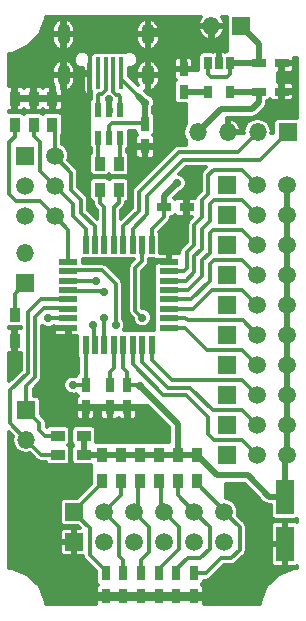
<source format=gbr>
G04 #@! TF.FileFunction,Copper,L1,Top,Signal*
%FSLAX46Y46*%
G04 Gerber Fmt 4.6, Leading zero omitted, Abs format (unit mm)*
G04 Created by KiCad (PCBNEW 4.0.5) date 11/21/17 13:44:46*
%MOMM*%
%LPD*%
G01*
G04 APERTURE LIST*
%ADD10C,0.100000*%
%ADD11O,1.100000X1.800000*%
%ADD12R,0.400000X2.700000*%
%ADD13R,1.500000X1.500000*%
%ADD14C,1.500000*%
%ADD15R,0.750000X1.200000*%
%ADD16R,1.200000X0.750000*%
%ADD17R,1.500000X3.000000*%
%ADD18R,0.700000X1.100000*%
%ADD19R,0.550000X1.600000*%
%ADD20R,1.600000X0.550000*%
%ADD21R,1.200000X0.900000*%
%ADD22R,0.900000X1.200000*%
%ADD23R,0.600000X1.200000*%
%ADD24O,1.500000X1.500000*%
%ADD25C,0.700000*%
%ADD26C,0.300000*%
%ADD27C,0.500000*%
%ADD28C,0.750000*%
G04 APERTURE END LIST*
D10*
D11*
X105137000Y-54674300D03*
X112287000Y-54674300D03*
X105137000Y-51204300D03*
D12*
X110012000Y-54514300D03*
X109362000Y-54514300D03*
X107412000Y-54514300D03*
X108062000Y-54514300D03*
X108712000Y-54514300D03*
D11*
X112287000Y-51204300D03*
D13*
X106050000Y-91660000D03*
D14*
X108590000Y-91660000D03*
X111130000Y-91660000D03*
X113670000Y-91660000D03*
X116210000Y-91660000D03*
X118750000Y-91660000D03*
D13*
X119000000Y-63950000D03*
D14*
X121540000Y-63950000D03*
X124080000Y-63950000D03*
D13*
X119000000Y-66490000D03*
D14*
X121540000Y-66490000D03*
X124080000Y-66490000D03*
D13*
X119000000Y-69030000D03*
D14*
X121540000Y-69030000D03*
X124080000Y-69030000D03*
D13*
X119000000Y-71570000D03*
D14*
X121540000Y-71570000D03*
X124080000Y-71570000D03*
D13*
X119000000Y-74110000D03*
D14*
X121540000Y-74110000D03*
X124080000Y-74110000D03*
D13*
X119000000Y-76650000D03*
D14*
X121540000Y-76650000D03*
X124080000Y-76650000D03*
D13*
X119000000Y-79190000D03*
D14*
X121540000Y-79190000D03*
X124080000Y-79190000D03*
D13*
X119000000Y-81730000D03*
D14*
X121540000Y-81730000D03*
X124080000Y-81730000D03*
D13*
X119000000Y-84270000D03*
D14*
X121540000Y-84270000D03*
X124080000Y-84270000D03*
D15*
X109050000Y-80900000D03*
X109050000Y-82800000D03*
D16*
X121700000Y-53650000D03*
X123600000Y-53650000D03*
D15*
X108700000Y-98750000D03*
X108700000Y-96850000D03*
X110200000Y-98750000D03*
X110200000Y-96850000D03*
X111700000Y-98750000D03*
X111700000Y-96850000D03*
X113200000Y-98750000D03*
X113200000Y-96850000D03*
X114700000Y-98750000D03*
X114700000Y-96850000D03*
X116200000Y-98750000D03*
X116200000Y-96850000D03*
X115300000Y-56050000D03*
X115300000Y-54150000D03*
D16*
X121700000Y-56050000D03*
X123600000Y-56050000D03*
D15*
X107000000Y-80900000D03*
X107000000Y-82800000D03*
X110550000Y-80900000D03*
X110550000Y-82800000D03*
D16*
X113650000Y-65850000D03*
X115550000Y-65850000D03*
D17*
X123900000Y-94348980D03*
X123900000Y-90351020D03*
D15*
X112050000Y-58800000D03*
X112050000Y-60700000D03*
D18*
X119250000Y-53650000D03*
X118300000Y-53650000D03*
X117350000Y-53650000D03*
X117350000Y-56050000D03*
X119250000Y-56050000D03*
D19*
X107000000Y-77500000D03*
X107800000Y-77500000D03*
X108600000Y-77500000D03*
X109400000Y-77500000D03*
X110200000Y-77500000D03*
X111000000Y-77500000D03*
X111800000Y-77500000D03*
X112600000Y-77500000D03*
D20*
X114050000Y-76050000D03*
X114050000Y-75250000D03*
X114050000Y-74450000D03*
X114050000Y-73650000D03*
X114050000Y-72850000D03*
X114050000Y-72050000D03*
X114050000Y-71250000D03*
X114050000Y-70450000D03*
D19*
X112600000Y-69000000D03*
X111800000Y-69000000D03*
X111000000Y-69000000D03*
X110200000Y-69000000D03*
X109400000Y-69000000D03*
X108600000Y-69000000D03*
X107800000Y-69000000D03*
X107000000Y-69000000D03*
D20*
X105550000Y-70450000D03*
X105550000Y-71250000D03*
X105550000Y-72050000D03*
X105550000Y-72850000D03*
X105550000Y-73650000D03*
X105550000Y-74450000D03*
X105550000Y-75250000D03*
X105550000Y-76050000D03*
D21*
X106850000Y-86800000D03*
X104650000Y-86800000D03*
X106850000Y-85200000D03*
X104650000Y-85200000D03*
D22*
X101000000Y-74950000D03*
X101000000Y-77150000D03*
X108400000Y-86800000D03*
X108400000Y-89000000D03*
X110000000Y-86800000D03*
X110000000Y-89000000D03*
X111600000Y-86800000D03*
X111600000Y-89000000D03*
X113200000Y-86800000D03*
X113200000Y-89000000D03*
X114800000Y-86800000D03*
X114800000Y-89000000D03*
X116400000Y-86800000D03*
X116400000Y-89000000D03*
X104200000Y-58850000D03*
X104200000Y-56650000D03*
X102600000Y-58850000D03*
X102600000Y-56650000D03*
X101000000Y-58850000D03*
X101000000Y-56650000D03*
X109800000Y-64350000D03*
X109800000Y-62150000D03*
X108200000Y-64350000D03*
X108200000Y-62150000D03*
D23*
X109950000Y-57650000D03*
X109000000Y-57650000D03*
X108050000Y-57650000D03*
X109950000Y-59950000D03*
X109000000Y-59950000D03*
X108050000Y-59950000D03*
D13*
X102000000Y-83000000D03*
D24*
X102000000Y-85540000D03*
D13*
X120200000Y-50500000D03*
D24*
X117660000Y-50500000D03*
D13*
X101850000Y-72300000D03*
D24*
X101850000Y-69760000D03*
D13*
X124100000Y-59500000D03*
D24*
X121560000Y-59500000D03*
X119020000Y-59500000D03*
X116480000Y-59500000D03*
D13*
X119000000Y-86810000D03*
D14*
X121540000Y-86810000D03*
X124080000Y-86810000D03*
D13*
X106050000Y-94200000D03*
D14*
X108590000Y-94200000D03*
X111130000Y-94200000D03*
X113670000Y-94200000D03*
X116210000Y-94200000D03*
X118750000Y-94200000D03*
D13*
X101850000Y-61500000D03*
D14*
X104390000Y-61500000D03*
X101850000Y-64040000D03*
X104390000Y-64040000D03*
X101850000Y-66580000D03*
X104390000Y-66580000D03*
D25*
X112050000Y-57000000D03*
X108991400Y-56642000D03*
X123600000Y-57200000D03*
X120500000Y-98750000D03*
X118750000Y-97000000D03*
X121700000Y-94300000D03*
X112150000Y-71650000D03*
X115000000Y-67500000D03*
X109800000Y-70800000D03*
X107750000Y-66200000D03*
X106300000Y-56700000D03*
X106800000Y-63250000D03*
X106500000Y-58500000D03*
X110250000Y-66200000D03*
X110600000Y-84700000D03*
X112600000Y-84700000D03*
X111800000Y-83050000D03*
X104000000Y-77250000D03*
X104500000Y-79500000D03*
X104750000Y-82750000D03*
X123600000Y-54850000D03*
X114100000Y-58350000D03*
X113400000Y-60700000D03*
X112050000Y-62200000D03*
X115000000Y-50500000D03*
X113500000Y-54000000D03*
X104000000Y-53500000D03*
X101000000Y-53500000D03*
X116200000Y-63000000D03*
X101000000Y-79100000D03*
X105750000Y-88750000D03*
X101500000Y-88750000D03*
X101500000Y-94750000D03*
X105500000Y-98750000D03*
X105900000Y-80900000D03*
X111600000Y-81000000D03*
X114750000Y-63800000D03*
X107650000Y-75850000D03*
X108600000Y-75250000D03*
X109550000Y-75850000D03*
X111800000Y-75200000D03*
X107900000Y-72050000D03*
X108600000Y-73050000D03*
X103850000Y-75250000D03*
D26*
X112050000Y-58750000D02*
X109250000Y-58750000D01*
X109000000Y-59000000D02*
X109000000Y-59950000D01*
X109250000Y-58750000D02*
X109000000Y-59000000D01*
D27*
X112050000Y-57000000D02*
X111450000Y-56400000D01*
D26*
X110000000Y-54950000D02*
X111450000Y-56400000D01*
X110000000Y-53700000D02*
X110000000Y-54950000D01*
D27*
X112050000Y-57000000D02*
X112050000Y-58800000D01*
D26*
X119250000Y-53650000D02*
X119250000Y-54600000D01*
X117350000Y-54600000D02*
X117350000Y-53650000D01*
X117600000Y-54850000D02*
X117350000Y-54600000D01*
X119000000Y-54850000D02*
X117600000Y-54850000D01*
X119250000Y-54600000D02*
X119000000Y-54850000D01*
D27*
X121700000Y-53650000D02*
X119250000Y-53650000D01*
X121700000Y-52000000D02*
X121700000Y-53650000D01*
X120200000Y-50500000D02*
X121700000Y-52000000D01*
D26*
X109000000Y-57650000D02*
X109000000Y-56650600D01*
X109000000Y-56650600D02*
X108991400Y-56642000D01*
X123600000Y-56050000D02*
X123600000Y-57200000D01*
X120500000Y-98750000D02*
X118750000Y-97000000D01*
D28*
X108700000Y-98750000D02*
X107300000Y-98750000D01*
X116200000Y-98750000D02*
X117500000Y-98750000D01*
X114700000Y-98750000D02*
X116200000Y-98750000D01*
X113200000Y-98750000D02*
X114700000Y-98750000D01*
X111700000Y-98750000D02*
X113200000Y-98750000D01*
X110200000Y-98750000D02*
X111700000Y-98750000D01*
X108700000Y-98750000D02*
X110200000Y-98750000D01*
D26*
X120500000Y-98750000D02*
X121700000Y-97550000D01*
X121700000Y-97550000D02*
X121700000Y-94300000D01*
X117500000Y-98750000D02*
X120500000Y-98750000D01*
X115550000Y-65850000D02*
X115550000Y-66750000D01*
X115000000Y-67300000D02*
X115000000Y-67500000D01*
X115550000Y-66750000D02*
X115000000Y-67300000D01*
X106800000Y-64300000D02*
X107250000Y-64750000D01*
X107250000Y-64750000D02*
X107250000Y-65100000D01*
X107250000Y-65100000D02*
X107350000Y-65200000D01*
X107350000Y-65200000D02*
X107350000Y-65800000D01*
X107350000Y-65800000D02*
X107750000Y-66200000D01*
X106300000Y-56700000D02*
X106300000Y-58300000D01*
X106250000Y-56650000D02*
X104200000Y-56650000D01*
X106250000Y-56650000D02*
X106300000Y-56700000D01*
X106300000Y-58300000D02*
X106500000Y-58500000D01*
X106800000Y-63250000D02*
X106800000Y-64300000D01*
X112600000Y-84700000D02*
X112600000Y-83700000D01*
X110550000Y-84650000D02*
X110600000Y-84700000D01*
X110550000Y-82800000D02*
X110550000Y-84650000D01*
X112600000Y-83700000D02*
X111800000Y-83050000D01*
X107000000Y-82800000D02*
X104800000Y-82800000D01*
X104000000Y-79000000D02*
X104000000Y-77250000D01*
X104500000Y-79500000D02*
X104000000Y-79000000D01*
X104800000Y-82800000D02*
X104750000Y-82750000D01*
X123600000Y-56050000D02*
X123600000Y-54850000D01*
X112050000Y-60700000D02*
X113400000Y-60700000D01*
X112050000Y-60700000D02*
X112050000Y-62200000D01*
X114633500Y-50866500D02*
X115000000Y-50500000D01*
X111938500Y-50866500D02*
X114633500Y-50866500D01*
X101000000Y-56650000D02*
X101000000Y-53500000D01*
X107400000Y-53700000D02*
X107400000Y-55200000D01*
X116200000Y-64300000D02*
X116200000Y-63000000D01*
X115550000Y-64950000D02*
X116200000Y-64300000D01*
X115550000Y-65850000D02*
X115550000Y-64950000D01*
X101000000Y-77150000D02*
X101000000Y-79100000D01*
X118300000Y-52400000D02*
X118300000Y-53650000D01*
X117660000Y-51760000D02*
X118300000Y-52400000D01*
X107300000Y-98750000D02*
X105500000Y-98750000D01*
X101500000Y-94750000D02*
X101500000Y-88750000D01*
X117660000Y-50500000D02*
X117660000Y-51760000D01*
D27*
X111600000Y-81000000D02*
X114800000Y-84200000D01*
D26*
X111550000Y-80900000D02*
X111600000Y-81000000D01*
D27*
X123900000Y-90351020D02*
X122551020Y-90351020D01*
X122551020Y-90351020D02*
X120750000Y-88550000D01*
X123900000Y-90351020D02*
X123900000Y-86990000D01*
X123900000Y-86990000D02*
X124080000Y-86810000D01*
X106850000Y-86800000D02*
X106850000Y-85200000D01*
X108400000Y-86800000D02*
X106850000Y-86800000D01*
X124080000Y-84270000D02*
X124080000Y-86810000D01*
X124080000Y-81730000D02*
X124080000Y-84270000D01*
X124080000Y-79190000D02*
X124080000Y-81730000D01*
X124080000Y-76650000D02*
X124080000Y-79190000D01*
X124080000Y-74110000D02*
X124080000Y-76650000D01*
X124080000Y-71570000D02*
X124080000Y-74110000D01*
X124080000Y-69030000D02*
X124080000Y-71570000D01*
X124080000Y-66490000D02*
X124080000Y-69030000D01*
X124080000Y-63950000D02*
X124080000Y-66490000D01*
D26*
X105900000Y-80900000D02*
X107000000Y-80900000D01*
X110550000Y-80900000D02*
X111550000Y-80900000D01*
D27*
X114750000Y-63800000D02*
X113650000Y-64900000D01*
X113650000Y-64900000D02*
X113650000Y-65850000D01*
X116480000Y-59500000D02*
X118430000Y-57550000D01*
X118430000Y-57550000D02*
X121100000Y-57550000D01*
X121100000Y-57550000D02*
X121700000Y-56950000D01*
X121700000Y-56950000D02*
X121700000Y-56050000D01*
X119250000Y-56050000D02*
X121700000Y-56050000D01*
D26*
X113650000Y-65850000D02*
X113650000Y-66650000D01*
X113650000Y-66650000D02*
X112600000Y-67700000D01*
X112600000Y-67700000D02*
X112600000Y-69000000D01*
X107000000Y-77500000D02*
X107000000Y-80900000D01*
X110200000Y-77500000D02*
X110200000Y-79450000D01*
X110550000Y-79800000D02*
X110550000Y-80900000D01*
X110200000Y-79450000D02*
X110550000Y-79800000D01*
D27*
X120750000Y-88550000D02*
X118150000Y-88550000D01*
X110000000Y-86800000D02*
X108400000Y-86800000D01*
X111600000Y-86800000D02*
X110000000Y-86800000D01*
X113200000Y-86800000D02*
X111600000Y-86800000D01*
X114800000Y-86800000D02*
X113200000Y-86800000D01*
X114800000Y-84200000D02*
X114800000Y-86800000D01*
X116400000Y-86800000D02*
X114800000Y-86800000D01*
X118150000Y-88550000D02*
X116350000Y-86750000D01*
X116450000Y-86800000D02*
X116400000Y-86800000D01*
X116400000Y-86800000D02*
X116400000Y-86800000D01*
D26*
X107350000Y-95300000D02*
X108700000Y-96650000D01*
X108700000Y-96650000D02*
X108700000Y-96850000D01*
X107350000Y-93000000D02*
X107350000Y-95300000D01*
X108400000Y-89000000D02*
X108400000Y-89200000D01*
X107750000Y-77500000D02*
X107750000Y-75950000D01*
X107750000Y-75950000D02*
X107650000Y-75850000D01*
X106050000Y-91660000D02*
X106050000Y-91700000D01*
X106050000Y-91700000D02*
X107350000Y-93000000D01*
X108400000Y-89200000D02*
X106050000Y-91550000D01*
X106050000Y-91550000D02*
X106050000Y-91660000D01*
X110200000Y-95750000D02*
X110200000Y-96850000D01*
X109850000Y-95400000D02*
X110200000Y-95750000D01*
X109850000Y-92920000D02*
X109850000Y-95400000D01*
X110000000Y-89000000D02*
X110000000Y-90250000D01*
X108600000Y-77500000D02*
X108600000Y-75250000D01*
X108590000Y-91660000D02*
X109850000Y-92920000D01*
X110000000Y-90250000D02*
X108590000Y-91660000D01*
X111700000Y-95750000D02*
X111700000Y-96850000D01*
X112400000Y-95050000D02*
X111700000Y-95750000D01*
X112400000Y-92930000D02*
X112400000Y-95050000D01*
X108400000Y-71200000D02*
X105550000Y-71200000D01*
X109550000Y-72350000D02*
X108400000Y-71200000D01*
X109550000Y-75850000D02*
X109550000Y-72350000D01*
X111130000Y-91660000D02*
X112400000Y-92930000D01*
X111450000Y-91340000D02*
X111130000Y-91660000D01*
X111450000Y-89100000D02*
X111450000Y-91340000D01*
X111800000Y-70400000D02*
X111200000Y-71000000D01*
X111200000Y-74600000D02*
X111800000Y-75200000D01*
X111200000Y-71000000D02*
X111200000Y-74600000D01*
X114950000Y-94750000D02*
X113200000Y-96500000D01*
X113200000Y-96500000D02*
X113200000Y-96850000D01*
X113200000Y-96600000D02*
X113200000Y-96850000D01*
X114950000Y-92940000D02*
X114950000Y-94750000D01*
X113350000Y-89100000D02*
X113350000Y-91340000D01*
X111800000Y-69000000D02*
X111800000Y-70400000D01*
X113670000Y-91660000D02*
X114950000Y-92940000D01*
X113350000Y-91340000D02*
X113670000Y-91660000D01*
X114700000Y-96500000D02*
X114700000Y-96850000D01*
X115650000Y-95550000D02*
X114700000Y-96500000D01*
X116700000Y-95550000D02*
X115650000Y-95550000D01*
X117500000Y-94750000D02*
X116700000Y-95550000D01*
X117500000Y-92950000D02*
X117500000Y-94750000D01*
X114800000Y-89000000D02*
X114800000Y-90250000D01*
X105550000Y-72050000D02*
X107900000Y-72050000D01*
X116210000Y-91660000D02*
X117500000Y-92950000D01*
X114800000Y-90250000D02*
X116210000Y-91660000D01*
X117200000Y-96850000D02*
X116200000Y-96850000D01*
X118500000Y-95550000D02*
X117200000Y-96850000D01*
X119350000Y-95550000D02*
X118500000Y-95550000D01*
X120050000Y-94850000D02*
X119350000Y-95550000D01*
X120050000Y-92960000D02*
X120050000Y-94850000D01*
X116400000Y-89000000D02*
X116400000Y-89200000D01*
X116400000Y-89200000D02*
X118750000Y-91550000D01*
X108450000Y-72900000D02*
X105600000Y-72900000D01*
X108600000Y-73050000D02*
X108450000Y-72900000D01*
X105600000Y-72900000D02*
X105550000Y-72850000D01*
X118750000Y-91660000D02*
X120050000Y-92960000D01*
X118750000Y-91550000D02*
X118750000Y-91660000D01*
X109400000Y-77500000D02*
X109400000Y-79450000D01*
X109050000Y-79800000D02*
X109050000Y-80900000D01*
X109400000Y-79450000D02*
X109050000Y-79800000D01*
X111000000Y-77500000D02*
X111000000Y-79150000D01*
X111000000Y-79150000D02*
X113600000Y-81750000D01*
X115500000Y-81750000D02*
X113600000Y-81750000D01*
X117850000Y-85550000D02*
X120280000Y-85550000D01*
X117850000Y-85550000D02*
X117350000Y-85050000D01*
X117350000Y-85050000D02*
X117350000Y-83600000D01*
X117350000Y-83600000D02*
X115500000Y-81750000D01*
X120280000Y-85550000D02*
X121540000Y-86810000D01*
X113975000Y-81125000D02*
X115875000Y-81125000D01*
X111800000Y-77500000D02*
X111800000Y-78950000D01*
X111800000Y-78950000D02*
X113975000Y-81125000D01*
X115875000Y-81125000D02*
X117750000Y-83000000D01*
X117750000Y-83000000D02*
X120270000Y-83000000D01*
X120270000Y-83000000D02*
X121540000Y-84270000D01*
X112600000Y-77500000D02*
X112600000Y-78750000D01*
X112600000Y-78750000D02*
X114300000Y-80450000D01*
X114300000Y-80450000D02*
X120260000Y-80450000D01*
X120260000Y-80450000D02*
X121540000Y-81730000D01*
X114050000Y-76050000D02*
X115400000Y-76050000D01*
X115400000Y-76050000D02*
X117250000Y-77900000D01*
X117250000Y-77900000D02*
X120250000Y-77900000D01*
X120250000Y-77900000D02*
X121540000Y-79190000D01*
X114050000Y-75200000D02*
X115450000Y-75200000D01*
X115450000Y-75200000D02*
X115650000Y-75400000D01*
X115650000Y-75400000D02*
X120290000Y-75400000D01*
X120290000Y-75400000D02*
X121540000Y-76650000D01*
X120280000Y-72850000D02*
X121540000Y-74110000D01*
X117700000Y-72850000D02*
X120280000Y-72850000D01*
X116100000Y-74450000D02*
X117700000Y-72850000D01*
X114050000Y-74450000D02*
X116100000Y-74450000D01*
X120270000Y-70300000D02*
X121540000Y-71570000D01*
X117850000Y-70300000D02*
X120270000Y-70300000D01*
X117500000Y-70650000D02*
X117850000Y-70300000D01*
X117500000Y-72050000D02*
X117500000Y-70650000D01*
X115900000Y-73650000D02*
X117500000Y-72050000D01*
X114050000Y-73650000D02*
X115900000Y-73650000D01*
X117500000Y-69700000D02*
X117500000Y-68050000D01*
X120260000Y-67750000D02*
X121540000Y-69030000D01*
X117800000Y-67750000D02*
X120260000Y-67750000D01*
X117500000Y-68050000D02*
X117800000Y-67750000D01*
X116850000Y-70350000D02*
X117500000Y-69700000D01*
X116850000Y-71700000D02*
X116850000Y-70350000D01*
X115700000Y-72850000D02*
X116850000Y-71700000D01*
X114050000Y-72850000D02*
X115700000Y-72850000D01*
X117500000Y-67050000D02*
X117500000Y-65550000D01*
X116850000Y-67700000D02*
X117500000Y-67050000D01*
X120250000Y-65200000D02*
X121540000Y-66490000D01*
X117850000Y-65200000D02*
X120250000Y-65200000D01*
X117500000Y-65550000D02*
X117850000Y-65200000D01*
X116200000Y-71350000D02*
X116200000Y-70000000D01*
X115500000Y-72050000D02*
X116200000Y-71350000D01*
X114050000Y-72050000D02*
X115500000Y-72050000D01*
X116850000Y-69350000D02*
X116850000Y-67700000D01*
X116200000Y-70000000D02*
X116850000Y-69350000D01*
X117350000Y-64750000D02*
X117350000Y-63150000D01*
X120240000Y-62650000D02*
X121540000Y-63950000D01*
X117850000Y-62650000D02*
X120240000Y-62650000D01*
X117350000Y-63150000D02*
X117850000Y-62650000D01*
X116850000Y-66700000D02*
X116850000Y-65250000D01*
X116200000Y-67350000D02*
X116850000Y-66700000D01*
X116850000Y-65250000D02*
X117350000Y-64750000D01*
X115550000Y-71000000D02*
X115550000Y-69650000D01*
X115300000Y-71250000D02*
X115550000Y-71000000D01*
X114050000Y-71250000D02*
X115300000Y-71250000D01*
X116200000Y-69000000D02*
X116200000Y-67350000D01*
X115550000Y-69650000D02*
X116200000Y-69000000D01*
X121750000Y-61850000D02*
X124100000Y-59500000D01*
X115250000Y-61850000D02*
X121750000Y-61850000D01*
X112200000Y-64900000D02*
X115250000Y-61850000D01*
X112200000Y-66450000D02*
X112200000Y-64900000D01*
X111000000Y-67650000D02*
X112200000Y-66450000D01*
X111000000Y-69000000D02*
X111000000Y-67650000D01*
X121560000Y-59500000D02*
X119910000Y-61150000D01*
X119910000Y-61150000D02*
X114900000Y-61150000D01*
X114900000Y-61150000D02*
X111500000Y-64550000D01*
X111500000Y-64550000D02*
X111500000Y-66150000D01*
X111500000Y-66150000D02*
X110200000Y-67450000D01*
X110200000Y-67450000D02*
X110200000Y-69000000D01*
X109800000Y-64350000D02*
X109800000Y-65450000D01*
X109400000Y-65850000D02*
X109400000Y-69000000D01*
X109800000Y-65450000D02*
X109400000Y-65850000D01*
X108600000Y-69000000D02*
X108600000Y-65850000D01*
X108200000Y-65450000D02*
X108200000Y-64350000D01*
X108600000Y-65850000D02*
X108200000Y-65450000D01*
X107800000Y-69000000D02*
X107800000Y-67450000D01*
X106650000Y-65250000D02*
X105800000Y-64400000D01*
X105800000Y-64400000D02*
X105800000Y-62910000D01*
X105800000Y-62910000D02*
X104390000Y-61500000D01*
X106650000Y-66300000D02*
X106650000Y-65250000D01*
X107800000Y-67450000D02*
X106650000Y-66300000D01*
X104390000Y-61500000D02*
X104390000Y-59040000D01*
X104390000Y-59040000D02*
X104200000Y-58850000D01*
X107000000Y-69000000D02*
X107000000Y-67650000D01*
X107000000Y-67650000D02*
X105950000Y-66600000D01*
X104390000Y-64040000D02*
X103150000Y-62800000D01*
X102600000Y-59800000D02*
X102600000Y-58850000D01*
X103150000Y-60350000D02*
X102600000Y-59800000D01*
X103150000Y-62800000D02*
X103150000Y-60350000D01*
X105950000Y-65600000D02*
X104390000Y-64040000D01*
X105950000Y-66600000D02*
X105950000Y-65600000D01*
X104390000Y-66580000D02*
X103110000Y-65300000D01*
X101150000Y-65300000D02*
X100550000Y-64700000D01*
X103110000Y-65300000D02*
X101150000Y-65300000D01*
X105550000Y-70450000D02*
X105550000Y-67740000D01*
X105550000Y-67740000D02*
X104390000Y-66580000D01*
X101000000Y-58850000D02*
X101000000Y-59900000D01*
X100550000Y-60350000D02*
X100550000Y-64700000D01*
X101000000Y-59900000D02*
X100550000Y-60350000D01*
X101000000Y-58850000D02*
X101000000Y-59000000D01*
X102000000Y-85540000D02*
X103260000Y-86800000D01*
X103260000Y-86800000D02*
X104650000Y-86800000D01*
X105550000Y-73650000D02*
X103200000Y-73650000D01*
X100600000Y-84140000D02*
X102000000Y-85540000D01*
X100600000Y-81350000D02*
X100600000Y-84140000D01*
X102100000Y-79850000D02*
X100600000Y-81350000D01*
X102100000Y-74750000D02*
X102100000Y-79850000D01*
X103200000Y-73650000D02*
X102100000Y-74750000D01*
X102000000Y-83000000D02*
X103100000Y-84100000D01*
X103100000Y-84100000D02*
X103100000Y-84700000D01*
X103100000Y-84700000D02*
X103600000Y-85200000D01*
X103600000Y-85200000D02*
X104650000Y-85200000D01*
X102000000Y-83000000D02*
X102300000Y-83000000D01*
X104500000Y-85200000D02*
X104650000Y-85200000D01*
X105550000Y-74400000D02*
X103450000Y-74400000D01*
X102000000Y-80950000D02*
X102000000Y-83000000D01*
X102750000Y-80200000D02*
X102000000Y-80950000D01*
X102750000Y-75100000D02*
X102750000Y-80200000D01*
X103450000Y-74400000D02*
X102750000Y-75100000D01*
X101000000Y-73150000D02*
X101850000Y-72300000D01*
X103850000Y-75250000D02*
X105550000Y-75250000D01*
X101000000Y-74950000D02*
X101000000Y-73150000D01*
X109950000Y-59950000D02*
X109950000Y-62000000D01*
X109950000Y-62000000D02*
X109800000Y-62150000D01*
X108050000Y-59950000D02*
X108050000Y-62000000D01*
X108050000Y-62000000D02*
X108200000Y-62150000D01*
X109362000Y-54514300D02*
X109362000Y-56098200D01*
X109950000Y-56470300D02*
X109950000Y-57650000D01*
X109804200Y-56324500D02*
X109950000Y-56470300D01*
X109588300Y-56324500D02*
X109804200Y-56324500D01*
X109362000Y-56098200D02*
X109588300Y-56324500D01*
X108712000Y-54514300D02*
X108712000Y-55956200D01*
X108050000Y-56351500D02*
X108050000Y-57650000D01*
X108153200Y-56248300D02*
X108050000Y-56351500D01*
X108419900Y-56248300D02*
X108153200Y-56248300D01*
X108712000Y-55956200D02*
X108419900Y-56248300D01*
D27*
X115300000Y-56050000D02*
X117350000Y-56050000D01*
D26*
G36*
X103396245Y-75927812D02*
X103690172Y-76049861D01*
X104008432Y-76050139D01*
X104302572Y-75928603D01*
X104346876Y-75884376D01*
X104412500Y-75950000D01*
X104583011Y-75950000D01*
X104750000Y-75983816D01*
X105670000Y-75983816D01*
X105670000Y-76150000D01*
X105650000Y-76150000D01*
X105650000Y-76662500D01*
X105762500Y-76775000D01*
X106266184Y-76775000D01*
X106266184Y-78300000D01*
X106297562Y-78466760D01*
X106396117Y-78619919D01*
X106400000Y-78622572D01*
X106400000Y-79910038D01*
X106305081Y-79971117D01*
X106202332Y-80121495D01*
X106195268Y-80156379D01*
X106059828Y-80100139D01*
X105741568Y-80099861D01*
X105447428Y-80221397D01*
X105222188Y-80446245D01*
X105100139Y-80740172D01*
X105099861Y-81058432D01*
X105221397Y-81352572D01*
X105446245Y-81577812D01*
X105740172Y-81699861D01*
X106058432Y-81700139D01*
X106193353Y-81644391D01*
X106197562Y-81666760D01*
X106296117Y-81819919D01*
X106339228Y-81849376D01*
X106243509Y-81945095D01*
X106175000Y-82110489D01*
X106175000Y-82587500D01*
X106287500Y-82700000D01*
X106900000Y-82700000D01*
X106900000Y-82680000D01*
X107100000Y-82680000D01*
X107100000Y-82700000D01*
X112310050Y-82700000D01*
X114100000Y-84489949D01*
X114100000Y-85700000D01*
X107898691Y-85700000D01*
X107908816Y-85650000D01*
X107908816Y-84750000D01*
X107877438Y-84583240D01*
X107778883Y-84430081D01*
X107628505Y-84327332D01*
X107450000Y-84291184D01*
X106250000Y-84291184D01*
X106083240Y-84322562D01*
X105930081Y-84421117D01*
X105827332Y-84571495D01*
X105791184Y-84750000D01*
X105791184Y-85650000D01*
X105822562Y-85816760D01*
X105921117Y-85969919D01*
X105964054Y-85999256D01*
X105930081Y-86021117D01*
X105827332Y-86171495D01*
X105791184Y-86350000D01*
X105791184Y-87250000D01*
X105822562Y-87416760D01*
X105921117Y-87569919D01*
X106071495Y-87672668D01*
X106250000Y-87708816D01*
X107450000Y-87708816D01*
X107500000Y-87699408D01*
X107500000Y-88356465D01*
X107491184Y-88400000D01*
X107491184Y-89260288D01*
X106300288Y-90451184D01*
X105300000Y-90451184D01*
X105133240Y-90482562D01*
X104980081Y-90581117D01*
X104877332Y-90731495D01*
X104841184Y-90910000D01*
X104841184Y-92410000D01*
X104872562Y-92576760D01*
X104971117Y-92729919D01*
X105121495Y-92832668D01*
X105300000Y-92868816D01*
X106370288Y-92868816D01*
X106501472Y-93000000D01*
X106262500Y-93000000D01*
X106150000Y-93112500D01*
X106150000Y-94100000D01*
X106170000Y-94100000D01*
X106170000Y-94300000D01*
X106150000Y-94300000D01*
X106150000Y-95287500D01*
X106262500Y-95400000D01*
X106769891Y-95400000D01*
X106795672Y-95529610D01*
X106925736Y-95724264D01*
X107866184Y-96664712D01*
X107866184Y-97450000D01*
X107897562Y-97616760D01*
X107996117Y-97769919D01*
X108039228Y-97799376D01*
X107943509Y-97895095D01*
X107875000Y-98060489D01*
X107875000Y-98537500D01*
X107987500Y-98650000D01*
X108600000Y-98650000D01*
X108600000Y-98630000D01*
X108800000Y-98630000D01*
X108800000Y-98650000D01*
X109412500Y-98650000D01*
X109450000Y-98612500D01*
X109487500Y-98650000D01*
X110100000Y-98650000D01*
X110100000Y-98630000D01*
X110300000Y-98630000D01*
X110300000Y-98650000D01*
X110912500Y-98650000D01*
X110950000Y-98612500D01*
X110987500Y-98650000D01*
X111600000Y-98650000D01*
X111600000Y-98630000D01*
X111800000Y-98630000D01*
X111800000Y-98650000D01*
X112412500Y-98650000D01*
X112450000Y-98612500D01*
X112487500Y-98650000D01*
X113100000Y-98650000D01*
X113100000Y-98630000D01*
X113300000Y-98630000D01*
X113300000Y-98650000D01*
X113912500Y-98650000D01*
X113950000Y-98612500D01*
X113987500Y-98650000D01*
X114600000Y-98650000D01*
X114600000Y-98630000D01*
X114800000Y-98630000D01*
X114800000Y-98650000D01*
X115412500Y-98650000D01*
X115450000Y-98612500D01*
X115487500Y-98650000D01*
X116100000Y-98650000D01*
X116100000Y-98630000D01*
X116300000Y-98630000D01*
X116300000Y-98650000D01*
X116912500Y-98650000D01*
X117025000Y-98537500D01*
X117025000Y-98060489D01*
X116956491Y-97895095D01*
X116861673Y-97800277D01*
X116894919Y-97778883D01*
X116997668Y-97628505D01*
X117033816Y-97450000D01*
X117200000Y-97450000D01*
X117429610Y-97404328D01*
X117624264Y-97274264D01*
X118748528Y-96150000D01*
X119350000Y-96150000D01*
X119579610Y-96104328D01*
X119774264Y-95974264D01*
X120474264Y-95274264D01*
X120604328Y-95079611D01*
X120650000Y-94850000D01*
X120650000Y-94561480D01*
X122700000Y-94561480D01*
X122700000Y-95938491D01*
X122768509Y-96103885D01*
X122895096Y-96230472D01*
X123060490Y-96298980D01*
X123687500Y-96298980D01*
X123800000Y-96186480D01*
X123800000Y-94448980D01*
X122812500Y-94448980D01*
X122700000Y-94561480D01*
X120650000Y-94561480D01*
X120650000Y-92960000D01*
X120610113Y-92759469D01*
X122700000Y-92759469D01*
X122700000Y-94136480D01*
X122812500Y-94248980D01*
X123800000Y-94248980D01*
X123800000Y-92511480D01*
X123687500Y-92398980D01*
X123060490Y-92398980D01*
X122895096Y-92467488D01*
X122768509Y-92594075D01*
X122700000Y-92759469D01*
X120610113Y-92759469D01*
X120604328Y-92730390D01*
X120474264Y-92535736D01*
X119917070Y-91978542D01*
X119949791Y-91899742D01*
X119950207Y-91422353D01*
X119767903Y-90981143D01*
X119430633Y-90643283D01*
X118989742Y-90460209D01*
X118900000Y-90460131D01*
X118900000Y-89250000D01*
X120460050Y-89250000D01*
X122056045Y-90845995D01*
X122283141Y-90997736D01*
X122551020Y-91051020D01*
X122691184Y-91051020D01*
X122691184Y-91851020D01*
X122722562Y-92017780D01*
X122821117Y-92170939D01*
X122971495Y-92273688D01*
X123150000Y-92309836D01*
X124650000Y-92309836D01*
X124816760Y-92278458D01*
X124875000Y-92240982D01*
X124875000Y-92455101D01*
X124739510Y-92398980D01*
X124112500Y-92398980D01*
X124000000Y-92511480D01*
X124000000Y-94248980D01*
X124020000Y-94248980D01*
X124020000Y-94448980D01*
X124000000Y-94448980D01*
X124000000Y-96186480D01*
X124112500Y-96298980D01*
X124739510Y-96298980D01*
X124875000Y-96242859D01*
X124875000Y-96362030D01*
X124689655Y-96361868D01*
X123347642Y-96916376D01*
X122319985Y-97942241D01*
X121763135Y-99283285D01*
X121762968Y-99475000D01*
X117010300Y-99475000D01*
X117025000Y-99439511D01*
X117025000Y-98962500D01*
X116912500Y-98850000D01*
X116300000Y-98850000D01*
X116300000Y-98870000D01*
X116100000Y-98870000D01*
X116100000Y-98850000D01*
X115487500Y-98850000D01*
X115450000Y-98887500D01*
X115412500Y-98850000D01*
X114800000Y-98850000D01*
X114800000Y-98870000D01*
X114600000Y-98870000D01*
X114600000Y-98850000D01*
X113987500Y-98850000D01*
X113950000Y-98887500D01*
X113912500Y-98850000D01*
X113300000Y-98850000D01*
X113300000Y-98870000D01*
X113100000Y-98870000D01*
X113100000Y-98850000D01*
X112487500Y-98850000D01*
X112450000Y-98887500D01*
X112412500Y-98850000D01*
X111800000Y-98850000D01*
X111800000Y-98870000D01*
X111600000Y-98870000D01*
X111600000Y-98850000D01*
X110987500Y-98850000D01*
X110950000Y-98887500D01*
X110912500Y-98850000D01*
X110300000Y-98850000D01*
X110300000Y-98870000D01*
X110100000Y-98870000D01*
X110100000Y-98850000D01*
X109487500Y-98850000D01*
X109450000Y-98887500D01*
X109412500Y-98850000D01*
X108800000Y-98850000D01*
X108800000Y-98870000D01*
X108600000Y-98870000D01*
X108600000Y-98850000D01*
X107987500Y-98850000D01*
X107875000Y-98962500D01*
X107875000Y-99439511D01*
X107889700Y-99475000D01*
X103662970Y-99475000D01*
X103663132Y-99289655D01*
X103108624Y-97947642D01*
X102082759Y-96919985D01*
X100741715Y-96363135D01*
X100525000Y-96362946D01*
X100525000Y-94412500D01*
X104850000Y-94412500D01*
X104850000Y-95039511D01*
X104918509Y-95204905D01*
X105045096Y-95331492D01*
X105210490Y-95400000D01*
X105837500Y-95400000D01*
X105950000Y-95287500D01*
X105950000Y-94300000D01*
X104962500Y-94300000D01*
X104850000Y-94412500D01*
X100525000Y-94412500D01*
X100525000Y-93360489D01*
X104850000Y-93360489D01*
X104850000Y-93987500D01*
X104962500Y-94100000D01*
X105950000Y-94100000D01*
X105950000Y-93112500D01*
X105837500Y-93000000D01*
X105210490Y-93000000D01*
X105045096Y-93068508D01*
X104918509Y-93195095D01*
X104850000Y-93360489D01*
X100525000Y-93360489D01*
X100525000Y-84913528D01*
X100838705Y-85227233D01*
X100776491Y-85540000D01*
X100867836Y-85999220D01*
X101127963Y-86388528D01*
X101517271Y-86648655D01*
X101976491Y-86740000D01*
X102023509Y-86740000D01*
X102297059Y-86685587D01*
X102835736Y-87224264D01*
X103030390Y-87354328D01*
X103260000Y-87400000D01*
X103619408Y-87400000D01*
X103622562Y-87416760D01*
X103721117Y-87569919D01*
X103871495Y-87672668D01*
X104050000Y-87708816D01*
X105250000Y-87708816D01*
X105416760Y-87677438D01*
X105569919Y-87578883D01*
X105672668Y-87428505D01*
X105708816Y-87250000D01*
X105708816Y-86350000D01*
X105677438Y-86183240D01*
X105578883Y-86030081D01*
X105535946Y-86000744D01*
X105569919Y-85978883D01*
X105672668Y-85828505D01*
X105708816Y-85650000D01*
X105708816Y-84750000D01*
X105677438Y-84583240D01*
X105578883Y-84430081D01*
X105428505Y-84327332D01*
X105250000Y-84291184D01*
X104050000Y-84291184D01*
X103883240Y-84322562D01*
X103730081Y-84421117D01*
X103705549Y-84457021D01*
X103700000Y-84451472D01*
X103700000Y-84100000D01*
X103654328Y-83870390D01*
X103524264Y-83675736D01*
X103208816Y-83360288D01*
X103208816Y-83012500D01*
X106175000Y-83012500D01*
X106175000Y-83489511D01*
X106243509Y-83654905D01*
X106370096Y-83781492D01*
X106535490Y-83850000D01*
X106787500Y-83850000D01*
X106900000Y-83737500D01*
X106900000Y-82900000D01*
X107100000Y-82900000D01*
X107100000Y-83737500D01*
X107212500Y-83850000D01*
X107464510Y-83850000D01*
X107629904Y-83781492D01*
X107756491Y-83654905D01*
X107825000Y-83489511D01*
X107825000Y-83012500D01*
X108225000Y-83012500D01*
X108225000Y-83489511D01*
X108293509Y-83654905D01*
X108420096Y-83781492D01*
X108585490Y-83850000D01*
X108837500Y-83850000D01*
X108950000Y-83737500D01*
X108950000Y-82900000D01*
X109150000Y-82900000D01*
X109150000Y-83737500D01*
X109262500Y-83850000D01*
X109514510Y-83850000D01*
X109679904Y-83781492D01*
X109800000Y-83661396D01*
X109920096Y-83781492D01*
X110085490Y-83850000D01*
X110337500Y-83850000D01*
X110450000Y-83737500D01*
X110450000Y-82900000D01*
X110650000Y-82900000D01*
X110650000Y-83737500D01*
X110762500Y-83850000D01*
X111014510Y-83850000D01*
X111179904Y-83781492D01*
X111306491Y-83654905D01*
X111375000Y-83489511D01*
X111375000Y-83012500D01*
X111262500Y-82900000D01*
X110650000Y-82900000D01*
X110450000Y-82900000D01*
X109837500Y-82900000D01*
X109800000Y-82937500D01*
X109762500Y-82900000D01*
X109150000Y-82900000D01*
X108950000Y-82900000D01*
X108337500Y-82900000D01*
X108225000Y-83012500D01*
X107825000Y-83012500D01*
X107712500Y-82900000D01*
X107100000Y-82900000D01*
X106900000Y-82900000D01*
X106287500Y-82900000D01*
X106175000Y-83012500D01*
X103208816Y-83012500D01*
X103208816Y-82250000D01*
X103177438Y-82083240D01*
X103078883Y-81930081D01*
X102928505Y-81827332D01*
X102750000Y-81791184D01*
X102600000Y-81791184D01*
X102600000Y-81198528D01*
X103174264Y-80624264D01*
X103304328Y-80429610D01*
X103350000Y-80200000D01*
X103350000Y-76262500D01*
X104300000Y-76262500D01*
X104300000Y-76414510D01*
X104368508Y-76579904D01*
X104495095Y-76706491D01*
X104660489Y-76775000D01*
X105337500Y-76775000D01*
X105450000Y-76662500D01*
X105450000Y-76150000D01*
X104412500Y-76150000D01*
X104300000Y-76262500D01*
X103350000Y-76262500D01*
X103350000Y-75881486D01*
X103396245Y-75927812D01*
X103396245Y-75927812D01*
G37*
X103396245Y-75927812D02*
X103690172Y-76049861D01*
X104008432Y-76050139D01*
X104302572Y-75928603D01*
X104346876Y-75884376D01*
X104412500Y-75950000D01*
X104583011Y-75950000D01*
X104750000Y-75983816D01*
X105670000Y-75983816D01*
X105670000Y-76150000D01*
X105650000Y-76150000D01*
X105650000Y-76662500D01*
X105762500Y-76775000D01*
X106266184Y-76775000D01*
X106266184Y-78300000D01*
X106297562Y-78466760D01*
X106396117Y-78619919D01*
X106400000Y-78622572D01*
X106400000Y-79910038D01*
X106305081Y-79971117D01*
X106202332Y-80121495D01*
X106195268Y-80156379D01*
X106059828Y-80100139D01*
X105741568Y-80099861D01*
X105447428Y-80221397D01*
X105222188Y-80446245D01*
X105100139Y-80740172D01*
X105099861Y-81058432D01*
X105221397Y-81352572D01*
X105446245Y-81577812D01*
X105740172Y-81699861D01*
X106058432Y-81700139D01*
X106193353Y-81644391D01*
X106197562Y-81666760D01*
X106296117Y-81819919D01*
X106339228Y-81849376D01*
X106243509Y-81945095D01*
X106175000Y-82110489D01*
X106175000Y-82587500D01*
X106287500Y-82700000D01*
X106900000Y-82700000D01*
X106900000Y-82680000D01*
X107100000Y-82680000D01*
X107100000Y-82700000D01*
X112310050Y-82700000D01*
X114100000Y-84489949D01*
X114100000Y-85700000D01*
X107898691Y-85700000D01*
X107908816Y-85650000D01*
X107908816Y-84750000D01*
X107877438Y-84583240D01*
X107778883Y-84430081D01*
X107628505Y-84327332D01*
X107450000Y-84291184D01*
X106250000Y-84291184D01*
X106083240Y-84322562D01*
X105930081Y-84421117D01*
X105827332Y-84571495D01*
X105791184Y-84750000D01*
X105791184Y-85650000D01*
X105822562Y-85816760D01*
X105921117Y-85969919D01*
X105964054Y-85999256D01*
X105930081Y-86021117D01*
X105827332Y-86171495D01*
X105791184Y-86350000D01*
X105791184Y-87250000D01*
X105822562Y-87416760D01*
X105921117Y-87569919D01*
X106071495Y-87672668D01*
X106250000Y-87708816D01*
X107450000Y-87708816D01*
X107500000Y-87699408D01*
X107500000Y-88356465D01*
X107491184Y-88400000D01*
X107491184Y-89260288D01*
X106300288Y-90451184D01*
X105300000Y-90451184D01*
X105133240Y-90482562D01*
X104980081Y-90581117D01*
X104877332Y-90731495D01*
X104841184Y-90910000D01*
X104841184Y-92410000D01*
X104872562Y-92576760D01*
X104971117Y-92729919D01*
X105121495Y-92832668D01*
X105300000Y-92868816D01*
X106370288Y-92868816D01*
X106501472Y-93000000D01*
X106262500Y-93000000D01*
X106150000Y-93112500D01*
X106150000Y-94100000D01*
X106170000Y-94100000D01*
X106170000Y-94300000D01*
X106150000Y-94300000D01*
X106150000Y-95287500D01*
X106262500Y-95400000D01*
X106769891Y-95400000D01*
X106795672Y-95529610D01*
X106925736Y-95724264D01*
X107866184Y-96664712D01*
X107866184Y-97450000D01*
X107897562Y-97616760D01*
X107996117Y-97769919D01*
X108039228Y-97799376D01*
X107943509Y-97895095D01*
X107875000Y-98060489D01*
X107875000Y-98537500D01*
X107987500Y-98650000D01*
X108600000Y-98650000D01*
X108600000Y-98630000D01*
X108800000Y-98630000D01*
X108800000Y-98650000D01*
X109412500Y-98650000D01*
X109450000Y-98612500D01*
X109487500Y-98650000D01*
X110100000Y-98650000D01*
X110100000Y-98630000D01*
X110300000Y-98630000D01*
X110300000Y-98650000D01*
X110912500Y-98650000D01*
X110950000Y-98612500D01*
X110987500Y-98650000D01*
X111600000Y-98650000D01*
X111600000Y-98630000D01*
X111800000Y-98630000D01*
X111800000Y-98650000D01*
X112412500Y-98650000D01*
X112450000Y-98612500D01*
X112487500Y-98650000D01*
X113100000Y-98650000D01*
X113100000Y-98630000D01*
X113300000Y-98630000D01*
X113300000Y-98650000D01*
X113912500Y-98650000D01*
X113950000Y-98612500D01*
X113987500Y-98650000D01*
X114600000Y-98650000D01*
X114600000Y-98630000D01*
X114800000Y-98630000D01*
X114800000Y-98650000D01*
X115412500Y-98650000D01*
X115450000Y-98612500D01*
X115487500Y-98650000D01*
X116100000Y-98650000D01*
X116100000Y-98630000D01*
X116300000Y-98630000D01*
X116300000Y-98650000D01*
X116912500Y-98650000D01*
X117025000Y-98537500D01*
X117025000Y-98060489D01*
X116956491Y-97895095D01*
X116861673Y-97800277D01*
X116894919Y-97778883D01*
X116997668Y-97628505D01*
X117033816Y-97450000D01*
X117200000Y-97450000D01*
X117429610Y-97404328D01*
X117624264Y-97274264D01*
X118748528Y-96150000D01*
X119350000Y-96150000D01*
X119579610Y-96104328D01*
X119774264Y-95974264D01*
X120474264Y-95274264D01*
X120604328Y-95079611D01*
X120650000Y-94850000D01*
X120650000Y-94561480D01*
X122700000Y-94561480D01*
X122700000Y-95938491D01*
X122768509Y-96103885D01*
X122895096Y-96230472D01*
X123060490Y-96298980D01*
X123687500Y-96298980D01*
X123800000Y-96186480D01*
X123800000Y-94448980D01*
X122812500Y-94448980D01*
X122700000Y-94561480D01*
X120650000Y-94561480D01*
X120650000Y-92960000D01*
X120610113Y-92759469D01*
X122700000Y-92759469D01*
X122700000Y-94136480D01*
X122812500Y-94248980D01*
X123800000Y-94248980D01*
X123800000Y-92511480D01*
X123687500Y-92398980D01*
X123060490Y-92398980D01*
X122895096Y-92467488D01*
X122768509Y-92594075D01*
X122700000Y-92759469D01*
X120610113Y-92759469D01*
X120604328Y-92730390D01*
X120474264Y-92535736D01*
X119917070Y-91978542D01*
X119949791Y-91899742D01*
X119950207Y-91422353D01*
X119767903Y-90981143D01*
X119430633Y-90643283D01*
X118989742Y-90460209D01*
X118900000Y-90460131D01*
X118900000Y-89250000D01*
X120460050Y-89250000D01*
X122056045Y-90845995D01*
X122283141Y-90997736D01*
X122551020Y-91051020D01*
X122691184Y-91051020D01*
X122691184Y-91851020D01*
X122722562Y-92017780D01*
X122821117Y-92170939D01*
X122971495Y-92273688D01*
X123150000Y-92309836D01*
X124650000Y-92309836D01*
X124816760Y-92278458D01*
X124875000Y-92240982D01*
X124875000Y-92455101D01*
X124739510Y-92398980D01*
X124112500Y-92398980D01*
X124000000Y-92511480D01*
X124000000Y-94248980D01*
X124020000Y-94248980D01*
X124020000Y-94448980D01*
X124000000Y-94448980D01*
X124000000Y-96186480D01*
X124112500Y-96298980D01*
X124739510Y-96298980D01*
X124875000Y-96242859D01*
X124875000Y-96362030D01*
X124689655Y-96361868D01*
X123347642Y-96916376D01*
X122319985Y-97942241D01*
X121763135Y-99283285D01*
X121762968Y-99475000D01*
X117010300Y-99475000D01*
X117025000Y-99439511D01*
X117025000Y-98962500D01*
X116912500Y-98850000D01*
X116300000Y-98850000D01*
X116300000Y-98870000D01*
X116100000Y-98870000D01*
X116100000Y-98850000D01*
X115487500Y-98850000D01*
X115450000Y-98887500D01*
X115412500Y-98850000D01*
X114800000Y-98850000D01*
X114800000Y-98870000D01*
X114600000Y-98870000D01*
X114600000Y-98850000D01*
X113987500Y-98850000D01*
X113950000Y-98887500D01*
X113912500Y-98850000D01*
X113300000Y-98850000D01*
X113300000Y-98870000D01*
X113100000Y-98870000D01*
X113100000Y-98850000D01*
X112487500Y-98850000D01*
X112450000Y-98887500D01*
X112412500Y-98850000D01*
X111800000Y-98850000D01*
X111800000Y-98870000D01*
X111600000Y-98870000D01*
X111600000Y-98850000D01*
X110987500Y-98850000D01*
X110950000Y-98887500D01*
X110912500Y-98850000D01*
X110300000Y-98850000D01*
X110300000Y-98870000D01*
X110100000Y-98870000D01*
X110100000Y-98850000D01*
X109487500Y-98850000D01*
X109450000Y-98887500D01*
X109412500Y-98850000D01*
X108800000Y-98850000D01*
X108800000Y-98870000D01*
X108600000Y-98870000D01*
X108600000Y-98850000D01*
X107987500Y-98850000D01*
X107875000Y-98962500D01*
X107875000Y-99439511D01*
X107889700Y-99475000D01*
X103662970Y-99475000D01*
X103663132Y-99289655D01*
X103108624Y-97947642D01*
X102082759Y-96919985D01*
X100741715Y-96363135D01*
X100525000Y-96362946D01*
X100525000Y-94412500D01*
X104850000Y-94412500D01*
X104850000Y-95039511D01*
X104918509Y-95204905D01*
X105045096Y-95331492D01*
X105210490Y-95400000D01*
X105837500Y-95400000D01*
X105950000Y-95287500D01*
X105950000Y-94300000D01*
X104962500Y-94300000D01*
X104850000Y-94412500D01*
X100525000Y-94412500D01*
X100525000Y-93360489D01*
X104850000Y-93360489D01*
X104850000Y-93987500D01*
X104962500Y-94100000D01*
X105950000Y-94100000D01*
X105950000Y-93112500D01*
X105837500Y-93000000D01*
X105210490Y-93000000D01*
X105045096Y-93068508D01*
X104918509Y-93195095D01*
X104850000Y-93360489D01*
X100525000Y-93360489D01*
X100525000Y-84913528D01*
X100838705Y-85227233D01*
X100776491Y-85540000D01*
X100867836Y-85999220D01*
X101127963Y-86388528D01*
X101517271Y-86648655D01*
X101976491Y-86740000D01*
X102023509Y-86740000D01*
X102297059Y-86685587D01*
X102835736Y-87224264D01*
X103030390Y-87354328D01*
X103260000Y-87400000D01*
X103619408Y-87400000D01*
X103622562Y-87416760D01*
X103721117Y-87569919D01*
X103871495Y-87672668D01*
X104050000Y-87708816D01*
X105250000Y-87708816D01*
X105416760Y-87677438D01*
X105569919Y-87578883D01*
X105672668Y-87428505D01*
X105708816Y-87250000D01*
X105708816Y-86350000D01*
X105677438Y-86183240D01*
X105578883Y-86030081D01*
X105535946Y-86000744D01*
X105569919Y-85978883D01*
X105672668Y-85828505D01*
X105708816Y-85650000D01*
X105708816Y-84750000D01*
X105677438Y-84583240D01*
X105578883Y-84430081D01*
X105428505Y-84327332D01*
X105250000Y-84291184D01*
X104050000Y-84291184D01*
X103883240Y-84322562D01*
X103730081Y-84421117D01*
X103705549Y-84457021D01*
X103700000Y-84451472D01*
X103700000Y-84100000D01*
X103654328Y-83870390D01*
X103524264Y-83675736D01*
X103208816Y-83360288D01*
X103208816Y-83012500D01*
X106175000Y-83012500D01*
X106175000Y-83489511D01*
X106243509Y-83654905D01*
X106370096Y-83781492D01*
X106535490Y-83850000D01*
X106787500Y-83850000D01*
X106900000Y-83737500D01*
X106900000Y-82900000D01*
X107100000Y-82900000D01*
X107100000Y-83737500D01*
X107212500Y-83850000D01*
X107464510Y-83850000D01*
X107629904Y-83781492D01*
X107756491Y-83654905D01*
X107825000Y-83489511D01*
X107825000Y-83012500D01*
X108225000Y-83012500D01*
X108225000Y-83489511D01*
X108293509Y-83654905D01*
X108420096Y-83781492D01*
X108585490Y-83850000D01*
X108837500Y-83850000D01*
X108950000Y-83737500D01*
X108950000Y-82900000D01*
X109150000Y-82900000D01*
X109150000Y-83737500D01*
X109262500Y-83850000D01*
X109514510Y-83850000D01*
X109679904Y-83781492D01*
X109800000Y-83661396D01*
X109920096Y-83781492D01*
X110085490Y-83850000D01*
X110337500Y-83850000D01*
X110450000Y-83737500D01*
X110450000Y-82900000D01*
X110650000Y-82900000D01*
X110650000Y-83737500D01*
X110762500Y-83850000D01*
X111014510Y-83850000D01*
X111179904Y-83781492D01*
X111306491Y-83654905D01*
X111375000Y-83489511D01*
X111375000Y-83012500D01*
X111262500Y-82900000D01*
X110650000Y-82900000D01*
X110450000Y-82900000D01*
X109837500Y-82900000D01*
X109800000Y-82937500D01*
X109762500Y-82900000D01*
X109150000Y-82900000D01*
X108950000Y-82900000D01*
X108337500Y-82900000D01*
X108225000Y-83012500D01*
X107825000Y-83012500D01*
X107712500Y-82900000D01*
X107100000Y-82900000D01*
X106900000Y-82900000D01*
X106287500Y-82900000D01*
X106175000Y-83012500D01*
X103208816Y-83012500D01*
X103208816Y-82250000D01*
X103177438Y-82083240D01*
X103078883Y-81930081D01*
X102928505Y-81827332D01*
X102750000Y-81791184D01*
X102600000Y-81791184D01*
X102600000Y-81198528D01*
X103174264Y-80624264D01*
X103304328Y-80429610D01*
X103350000Y-80200000D01*
X103350000Y-76262500D01*
X104300000Y-76262500D01*
X104300000Y-76414510D01*
X104368508Y-76579904D01*
X104495095Y-76706491D01*
X104660489Y-76775000D01*
X105337500Y-76775000D01*
X105450000Y-76662500D01*
X105450000Y-76150000D01*
X104412500Y-76150000D01*
X104300000Y-76262500D01*
X103350000Y-76262500D01*
X103350000Y-75881486D01*
X103396245Y-75927812D01*
G36*
X118905564Y-94185858D02*
X118891421Y-94200000D01*
X118905564Y-94214142D01*
X118764142Y-94355564D01*
X118750000Y-94341421D01*
X118735858Y-94355564D01*
X118594436Y-94214142D01*
X118608579Y-94200000D01*
X118594436Y-94185858D01*
X118735858Y-94044436D01*
X118750000Y-94058579D01*
X118764142Y-94044436D01*
X118905564Y-94185858D01*
X118905564Y-94185858D01*
G37*
X118905564Y-94185858D02*
X118891421Y-94200000D01*
X118905564Y-94214142D01*
X118764142Y-94355564D01*
X118750000Y-94341421D01*
X118735858Y-94355564D01*
X118594436Y-94214142D01*
X118608579Y-94200000D01*
X118594436Y-94185858D01*
X118735858Y-94044436D01*
X118750000Y-94058579D01*
X118764142Y-94044436D01*
X118905564Y-94185858D01*
G36*
X111285564Y-94185858D02*
X111271421Y-94200000D01*
X111285564Y-94214142D01*
X111144142Y-94355564D01*
X111130000Y-94341421D01*
X111115858Y-94355564D01*
X110974436Y-94214142D01*
X110988579Y-94200000D01*
X110974436Y-94185858D01*
X111115858Y-94044436D01*
X111130000Y-94058579D01*
X111144142Y-94044436D01*
X111285564Y-94185858D01*
X111285564Y-94185858D01*
G37*
X111285564Y-94185858D02*
X111271421Y-94200000D01*
X111285564Y-94214142D01*
X111144142Y-94355564D01*
X111130000Y-94341421D01*
X111115858Y-94355564D01*
X110974436Y-94214142D01*
X110988579Y-94200000D01*
X110974436Y-94185858D01*
X111115858Y-94044436D01*
X111130000Y-94058579D01*
X111144142Y-94044436D01*
X111285564Y-94185858D01*
G36*
X108745564Y-94185858D02*
X108731421Y-94200000D01*
X108745564Y-94214142D01*
X108604142Y-94355564D01*
X108590000Y-94341421D01*
X108575858Y-94355564D01*
X108434436Y-94214142D01*
X108448579Y-94200000D01*
X108434436Y-94185858D01*
X108575858Y-94044436D01*
X108590000Y-94058579D01*
X108604142Y-94044436D01*
X108745564Y-94185858D01*
X108745564Y-94185858D01*
G37*
X108745564Y-94185858D02*
X108731421Y-94200000D01*
X108745564Y-94214142D01*
X108604142Y-94355564D01*
X108590000Y-94341421D01*
X108575858Y-94355564D01*
X108434436Y-94214142D01*
X108448579Y-94200000D01*
X108434436Y-94185858D01*
X108575858Y-94044436D01*
X108590000Y-94058579D01*
X108604142Y-94044436D01*
X108745564Y-94185858D01*
G36*
X113825564Y-94185858D02*
X113811421Y-94200000D01*
X113825564Y-94214142D01*
X113684142Y-94355564D01*
X113670000Y-94341421D01*
X113655858Y-94355564D01*
X113514436Y-94214142D01*
X113528579Y-94200000D01*
X113514436Y-94185858D01*
X113655858Y-94044436D01*
X113670000Y-94058579D01*
X113684142Y-94044436D01*
X113825564Y-94185858D01*
X113825564Y-94185858D01*
G37*
X113825564Y-94185858D02*
X113811421Y-94200000D01*
X113825564Y-94214142D01*
X113684142Y-94355564D01*
X113670000Y-94341421D01*
X113655858Y-94355564D01*
X113514436Y-94214142D01*
X113528579Y-94200000D01*
X113514436Y-94185858D01*
X113655858Y-94044436D01*
X113670000Y-94058579D01*
X113684142Y-94044436D01*
X113825564Y-94185858D01*
G36*
X116365564Y-94185858D02*
X116351421Y-94200000D01*
X116365564Y-94214142D01*
X116224142Y-94355564D01*
X116210000Y-94341421D01*
X116195858Y-94355564D01*
X116054436Y-94214142D01*
X116068579Y-94200000D01*
X116054436Y-94185858D01*
X116195858Y-94044436D01*
X116210000Y-94058579D01*
X116224142Y-94044436D01*
X116365564Y-94185858D01*
X116365564Y-94185858D01*
G37*
X116365564Y-94185858D02*
X116351421Y-94200000D01*
X116365564Y-94214142D01*
X116224142Y-94355564D01*
X116210000Y-94341421D01*
X116195858Y-94355564D01*
X116054436Y-94214142D01*
X116068579Y-94200000D01*
X116054436Y-94185858D01*
X116195858Y-94044436D01*
X116210000Y-94058579D01*
X116224142Y-94044436D01*
X116365564Y-94185858D01*
G36*
X101500000Y-76100000D02*
X101212500Y-76100000D01*
X101100000Y-76212500D01*
X101100000Y-77050000D01*
X101120000Y-77050000D01*
X101120000Y-77250000D01*
X101100000Y-77250000D01*
X101100000Y-78087500D01*
X101212500Y-78200000D01*
X101500000Y-78200000D01*
X101500000Y-79601472D01*
X100525000Y-80576472D01*
X100525000Y-78200000D01*
X100787500Y-78200000D01*
X100900000Y-78087500D01*
X100900000Y-77250000D01*
X100880000Y-77250000D01*
X100880000Y-77050000D01*
X100900000Y-77050000D01*
X100900000Y-76212500D01*
X100787500Y-76100000D01*
X100525000Y-76100000D01*
X100525000Y-76003753D01*
X100550000Y-76008816D01*
X101450000Y-76008816D01*
X101500000Y-75999408D01*
X101500000Y-76100000D01*
X101500000Y-76100000D01*
G37*
X101500000Y-76100000D02*
X101212500Y-76100000D01*
X101100000Y-76212500D01*
X101100000Y-77050000D01*
X101120000Y-77050000D01*
X101120000Y-77250000D01*
X101100000Y-77250000D01*
X101100000Y-78087500D01*
X101212500Y-78200000D01*
X101500000Y-78200000D01*
X101500000Y-79601472D01*
X100525000Y-80576472D01*
X100525000Y-78200000D01*
X100787500Y-78200000D01*
X100900000Y-78087500D01*
X100900000Y-77250000D01*
X100880000Y-77250000D01*
X100880000Y-77050000D01*
X100900000Y-77050000D01*
X100900000Y-76212500D01*
X100787500Y-76100000D01*
X100525000Y-76100000D01*
X100525000Y-76003753D01*
X100550000Y-76008816D01*
X101450000Y-76008816D01*
X101500000Y-75999408D01*
X101500000Y-76100000D01*
G36*
X116925736Y-62725736D02*
X116795672Y-62920390D01*
X116750000Y-63150000D01*
X116750000Y-64501472D01*
X116425736Y-64825736D01*
X116295672Y-65020390D01*
X116290550Y-65046141D01*
X116239511Y-65025000D01*
X115762500Y-65025000D01*
X115650000Y-65137500D01*
X115650000Y-65750000D01*
X115670000Y-65750000D01*
X115670000Y-65950000D01*
X115650000Y-65950000D01*
X115650000Y-66562500D01*
X115762500Y-66675000D01*
X116026472Y-66675000D01*
X115775736Y-66925736D01*
X115645672Y-67120390D01*
X115600000Y-67350000D01*
X115600000Y-68751472D01*
X115125736Y-69225736D01*
X114995672Y-69420390D01*
X114950000Y-69650000D01*
X114950000Y-69729345D01*
X114939511Y-69725000D01*
X114262500Y-69725000D01*
X114150000Y-69837500D01*
X114150000Y-70350000D01*
X114170000Y-70350000D01*
X114170000Y-70516184D01*
X113250000Y-70516184D01*
X113083240Y-70547562D01*
X113079451Y-70550000D01*
X112912500Y-70550000D01*
X112800000Y-70662500D01*
X112800000Y-70814510D01*
X112815907Y-70852913D01*
X112791184Y-70975000D01*
X112791184Y-71525000D01*
X112815568Y-71654589D01*
X112791184Y-71775000D01*
X112791184Y-72325000D01*
X112815568Y-72454589D01*
X112791184Y-72575000D01*
X112791184Y-73125000D01*
X112815568Y-73254589D01*
X112791184Y-73375000D01*
X112791184Y-73925000D01*
X112815568Y-74054589D01*
X112791184Y-74175000D01*
X112791184Y-74725000D01*
X112815568Y-74854589D01*
X112791184Y-74975000D01*
X112791184Y-75525000D01*
X112815568Y-75654589D01*
X112791184Y-75775000D01*
X112791184Y-76241184D01*
X112325000Y-76241184D01*
X112195411Y-76265568D01*
X112075000Y-76241184D01*
X111525000Y-76241184D01*
X111395411Y-76265568D01*
X111275000Y-76241184D01*
X110725000Y-76241184D01*
X110595411Y-76265568D01*
X110475000Y-76241184D01*
X110253794Y-76241184D01*
X110349861Y-76009828D01*
X110350139Y-75691568D01*
X110228603Y-75397428D01*
X110150000Y-75318688D01*
X110150000Y-72350000D01*
X110104328Y-72120390D01*
X109974264Y-71925736D01*
X108824264Y-70775736D01*
X108629610Y-70645672D01*
X108400000Y-70600000D01*
X106808816Y-70600000D01*
X106808816Y-70258816D01*
X107275000Y-70258816D01*
X107404589Y-70234432D01*
X107525000Y-70258816D01*
X108075000Y-70258816D01*
X108204589Y-70234432D01*
X108325000Y-70258816D01*
X108875000Y-70258816D01*
X109004589Y-70234432D01*
X109125000Y-70258816D01*
X109675000Y-70258816D01*
X109804589Y-70234432D01*
X109925000Y-70258816D01*
X110475000Y-70258816D01*
X110604589Y-70234432D01*
X110725000Y-70258816D01*
X111092656Y-70258816D01*
X110775736Y-70575736D01*
X110645672Y-70770390D01*
X110600000Y-71000000D01*
X110600000Y-74600000D01*
X110645672Y-74829610D01*
X110775736Y-75024264D01*
X110999957Y-75248485D01*
X110999861Y-75358432D01*
X111121397Y-75652572D01*
X111346245Y-75877812D01*
X111640172Y-75999861D01*
X111958432Y-76000139D01*
X112252572Y-75878603D01*
X112477812Y-75653755D01*
X112599861Y-75359828D01*
X112600139Y-75041568D01*
X112478603Y-74747428D01*
X112253755Y-74522188D01*
X111959828Y-74400139D01*
X111848570Y-74400042D01*
X111800000Y-74351472D01*
X111800000Y-71248528D01*
X112224264Y-70824264D01*
X112354328Y-70629610D01*
X112400000Y-70400000D01*
X112400000Y-70258816D01*
X112821316Y-70258816D01*
X112912500Y-70350000D01*
X113950000Y-70350000D01*
X113950000Y-69837500D01*
X113837500Y-69725000D01*
X113333816Y-69725000D01*
X113333816Y-68200000D01*
X113302438Y-68033240D01*
X113229162Y-67919366D01*
X114074264Y-67074264D01*
X114204328Y-66879610D01*
X114243274Y-66683816D01*
X114250000Y-66683816D01*
X114416760Y-66652438D01*
X114569919Y-66553883D01*
X114599376Y-66510772D01*
X114695095Y-66606491D01*
X114860489Y-66675000D01*
X115337500Y-66675000D01*
X115450000Y-66562500D01*
X115450000Y-65950000D01*
X115430000Y-65950000D01*
X115430000Y-65750000D01*
X115450000Y-65750000D01*
X115450000Y-65137500D01*
X115337500Y-65025000D01*
X114860489Y-65025000D01*
X114695095Y-65093509D01*
X114600277Y-65188327D01*
X114578883Y-65155081D01*
X114463623Y-65076327D01*
X114961906Y-64578044D01*
X115202572Y-64478603D01*
X115427812Y-64253755D01*
X115549861Y-63959828D01*
X115550139Y-63641568D01*
X115428603Y-63347428D01*
X115203755Y-63122188D01*
X114937075Y-63011453D01*
X115498528Y-62450000D01*
X117201472Y-62450000D01*
X116925736Y-62725736D01*
X116925736Y-62725736D01*
G37*
X116925736Y-62725736D02*
X116795672Y-62920390D01*
X116750000Y-63150000D01*
X116750000Y-64501472D01*
X116425736Y-64825736D01*
X116295672Y-65020390D01*
X116290550Y-65046141D01*
X116239511Y-65025000D01*
X115762500Y-65025000D01*
X115650000Y-65137500D01*
X115650000Y-65750000D01*
X115670000Y-65750000D01*
X115670000Y-65950000D01*
X115650000Y-65950000D01*
X115650000Y-66562500D01*
X115762500Y-66675000D01*
X116026472Y-66675000D01*
X115775736Y-66925736D01*
X115645672Y-67120390D01*
X115600000Y-67350000D01*
X115600000Y-68751472D01*
X115125736Y-69225736D01*
X114995672Y-69420390D01*
X114950000Y-69650000D01*
X114950000Y-69729345D01*
X114939511Y-69725000D01*
X114262500Y-69725000D01*
X114150000Y-69837500D01*
X114150000Y-70350000D01*
X114170000Y-70350000D01*
X114170000Y-70516184D01*
X113250000Y-70516184D01*
X113083240Y-70547562D01*
X113079451Y-70550000D01*
X112912500Y-70550000D01*
X112800000Y-70662500D01*
X112800000Y-70814510D01*
X112815907Y-70852913D01*
X112791184Y-70975000D01*
X112791184Y-71525000D01*
X112815568Y-71654589D01*
X112791184Y-71775000D01*
X112791184Y-72325000D01*
X112815568Y-72454589D01*
X112791184Y-72575000D01*
X112791184Y-73125000D01*
X112815568Y-73254589D01*
X112791184Y-73375000D01*
X112791184Y-73925000D01*
X112815568Y-74054589D01*
X112791184Y-74175000D01*
X112791184Y-74725000D01*
X112815568Y-74854589D01*
X112791184Y-74975000D01*
X112791184Y-75525000D01*
X112815568Y-75654589D01*
X112791184Y-75775000D01*
X112791184Y-76241184D01*
X112325000Y-76241184D01*
X112195411Y-76265568D01*
X112075000Y-76241184D01*
X111525000Y-76241184D01*
X111395411Y-76265568D01*
X111275000Y-76241184D01*
X110725000Y-76241184D01*
X110595411Y-76265568D01*
X110475000Y-76241184D01*
X110253794Y-76241184D01*
X110349861Y-76009828D01*
X110350139Y-75691568D01*
X110228603Y-75397428D01*
X110150000Y-75318688D01*
X110150000Y-72350000D01*
X110104328Y-72120390D01*
X109974264Y-71925736D01*
X108824264Y-70775736D01*
X108629610Y-70645672D01*
X108400000Y-70600000D01*
X106808816Y-70600000D01*
X106808816Y-70258816D01*
X107275000Y-70258816D01*
X107404589Y-70234432D01*
X107525000Y-70258816D01*
X108075000Y-70258816D01*
X108204589Y-70234432D01*
X108325000Y-70258816D01*
X108875000Y-70258816D01*
X109004589Y-70234432D01*
X109125000Y-70258816D01*
X109675000Y-70258816D01*
X109804589Y-70234432D01*
X109925000Y-70258816D01*
X110475000Y-70258816D01*
X110604589Y-70234432D01*
X110725000Y-70258816D01*
X111092656Y-70258816D01*
X110775736Y-70575736D01*
X110645672Y-70770390D01*
X110600000Y-71000000D01*
X110600000Y-74600000D01*
X110645672Y-74829610D01*
X110775736Y-75024264D01*
X110999957Y-75248485D01*
X110999861Y-75358432D01*
X111121397Y-75652572D01*
X111346245Y-75877812D01*
X111640172Y-75999861D01*
X111958432Y-76000139D01*
X112252572Y-75878603D01*
X112477812Y-75653755D01*
X112599861Y-75359828D01*
X112600139Y-75041568D01*
X112478603Y-74747428D01*
X112253755Y-74522188D01*
X111959828Y-74400139D01*
X111848570Y-74400042D01*
X111800000Y-74351472D01*
X111800000Y-71248528D01*
X112224264Y-70824264D01*
X112354328Y-70629610D01*
X112400000Y-70400000D01*
X112400000Y-70258816D01*
X112821316Y-70258816D01*
X112912500Y-70350000D01*
X113950000Y-70350000D01*
X113950000Y-69837500D01*
X113837500Y-69725000D01*
X113333816Y-69725000D01*
X113333816Y-68200000D01*
X113302438Y-68033240D01*
X113229162Y-67919366D01*
X114074264Y-67074264D01*
X114204328Y-66879610D01*
X114243274Y-66683816D01*
X114250000Y-66683816D01*
X114416760Y-66652438D01*
X114569919Y-66553883D01*
X114599376Y-66510772D01*
X114695095Y-66606491D01*
X114860489Y-66675000D01*
X115337500Y-66675000D01*
X115450000Y-66562500D01*
X115450000Y-65950000D01*
X115430000Y-65950000D01*
X115430000Y-65750000D01*
X115450000Y-65750000D01*
X115450000Y-65137500D01*
X115337500Y-65025000D01*
X114860489Y-65025000D01*
X114695095Y-65093509D01*
X114600277Y-65188327D01*
X114578883Y-65155081D01*
X114463623Y-65076327D01*
X114961906Y-64578044D01*
X115202572Y-64478603D01*
X115427812Y-64253755D01*
X115549861Y-63959828D01*
X115550139Y-63641568D01*
X115428603Y-63347428D01*
X115203755Y-63122188D01*
X114937075Y-63011453D01*
X115498528Y-62450000D01*
X117201472Y-62450000D01*
X116925736Y-62725736D01*
G36*
X116692633Y-49789914D02*
X116494531Y-50214161D01*
X116576665Y-50400000D01*
X117560000Y-50400000D01*
X117560000Y-50380000D01*
X117760000Y-50380000D01*
X117760000Y-50400000D01*
X118743335Y-50400000D01*
X118825469Y-50214161D01*
X118627367Y-49789914D01*
X118556451Y-49725000D01*
X118950000Y-49725000D01*
X118950000Y-52641184D01*
X118900000Y-52641184D01*
X118775007Y-52664703D01*
X118739510Y-52650000D01*
X118512500Y-52650000D01*
X118400000Y-52762500D01*
X118400000Y-53550000D01*
X118420000Y-53550000D01*
X118420000Y-53750000D01*
X118400000Y-53750000D01*
X118400000Y-53770000D01*
X118200000Y-53770000D01*
X118200000Y-53750000D01*
X118180000Y-53750000D01*
X118180000Y-53550000D01*
X118200000Y-53550000D01*
X118200000Y-52762500D01*
X118087500Y-52650000D01*
X117860490Y-52650000D01*
X117822087Y-52665907D01*
X117700000Y-52641184D01*
X117000000Y-52641184D01*
X116833240Y-52672562D01*
X116680081Y-52771117D01*
X116577332Y-52921495D01*
X116541184Y-53100000D01*
X116541184Y-54200000D01*
X116550592Y-54250000D01*
X115400000Y-54250000D01*
X115400000Y-54270000D01*
X115200000Y-54270000D01*
X115200000Y-54250000D01*
X114587500Y-54250000D01*
X114475000Y-54362500D01*
X114475000Y-54839511D01*
X114543509Y-55004905D01*
X114638327Y-55099723D01*
X114605081Y-55121117D01*
X114502332Y-55271495D01*
X114466184Y-55450000D01*
X114466184Y-56650000D01*
X114497562Y-56816760D01*
X114596117Y-56969919D01*
X114746495Y-57072668D01*
X114925000Y-57108816D01*
X115500000Y-57108816D01*
X115500000Y-58824725D01*
X115371345Y-59017271D01*
X115280000Y-59476491D01*
X115280000Y-59523509D01*
X115371345Y-59982729D01*
X115500000Y-60175275D01*
X115500000Y-60550000D01*
X114900000Y-60550000D01*
X114670390Y-60595672D01*
X114475736Y-60725736D01*
X111075736Y-64125736D01*
X110945672Y-64320390D01*
X110900000Y-64550000D01*
X110900000Y-65901472D01*
X110000000Y-66801472D01*
X110000000Y-66098528D01*
X110224264Y-65874264D01*
X110354328Y-65679611D01*
X110400000Y-65450000D01*
X110400000Y-65380592D01*
X110416760Y-65377438D01*
X110569919Y-65278883D01*
X110672668Y-65128505D01*
X110708816Y-64950000D01*
X110708816Y-63750000D01*
X110677438Y-63583240D01*
X110578883Y-63430081D01*
X110428505Y-63327332D01*
X110250000Y-63291184D01*
X109350000Y-63291184D01*
X109183240Y-63322562D01*
X109030081Y-63421117D01*
X109000744Y-63464054D01*
X108978883Y-63430081D01*
X108828505Y-63327332D01*
X108650000Y-63291184D01*
X107750000Y-63291184D01*
X107583240Y-63322562D01*
X107430081Y-63421117D01*
X107327332Y-63571495D01*
X107291184Y-63750000D01*
X107291184Y-64950000D01*
X107322562Y-65116760D01*
X107421117Y-65269919D01*
X107571495Y-65372668D01*
X107600000Y-65378440D01*
X107600000Y-65450000D01*
X107645672Y-65679610D01*
X107775736Y-65874264D01*
X108000000Y-66098528D01*
X108000000Y-66801472D01*
X107250000Y-66051472D01*
X107250000Y-65250000D01*
X107204328Y-65020390D01*
X107074264Y-64825736D01*
X106400000Y-64151472D01*
X106400000Y-62910000D01*
X106354328Y-62680390D01*
X106224264Y-62485736D01*
X105557070Y-61818542D01*
X105589791Y-61739742D01*
X105590207Y-61262353D01*
X105407903Y-60821143D01*
X105070633Y-60483283D01*
X104990000Y-60449801D01*
X104990000Y-59749494D01*
X105072668Y-59628505D01*
X105108816Y-59450000D01*
X105108816Y-58250000D01*
X105077438Y-58083240D01*
X104978883Y-57930081D01*
X104828505Y-57827332D01*
X104650000Y-57791184D01*
X103750000Y-57791184D01*
X103583240Y-57822562D01*
X103430081Y-57921117D01*
X103400744Y-57964054D01*
X103378883Y-57930081D01*
X103228505Y-57827332D01*
X103050000Y-57791184D01*
X102150000Y-57791184D01*
X101983240Y-57822562D01*
X101830081Y-57921117D01*
X101800744Y-57964054D01*
X101778883Y-57930081D01*
X101628505Y-57827332D01*
X101450000Y-57791184D01*
X100550000Y-57791184D01*
X100525000Y-57795888D01*
X100525000Y-57700000D01*
X100787500Y-57700000D01*
X100900000Y-57587500D01*
X100900000Y-56750000D01*
X101100000Y-56750000D01*
X101100000Y-57587500D01*
X101212500Y-57700000D01*
X101539510Y-57700000D01*
X101704904Y-57631492D01*
X101800000Y-57536396D01*
X101895096Y-57631492D01*
X102060490Y-57700000D01*
X102387500Y-57700000D01*
X102500000Y-57587500D01*
X102500000Y-56750000D01*
X102700000Y-56750000D01*
X102700000Y-57587500D01*
X102812500Y-57700000D01*
X103139510Y-57700000D01*
X103304904Y-57631492D01*
X103400000Y-57536396D01*
X103495096Y-57631492D01*
X103660490Y-57700000D01*
X103987500Y-57700000D01*
X104100000Y-57587500D01*
X104100000Y-56750000D01*
X104300000Y-56750000D01*
X104300000Y-57587500D01*
X104412500Y-57700000D01*
X104739510Y-57700000D01*
X104904904Y-57631492D01*
X105031491Y-57504905D01*
X105100000Y-57339511D01*
X105100000Y-56862500D01*
X104987500Y-56750000D01*
X104300000Y-56750000D01*
X104100000Y-56750000D01*
X103412500Y-56750000D01*
X103400000Y-56762500D01*
X103387500Y-56750000D01*
X102700000Y-56750000D01*
X102500000Y-56750000D01*
X101812500Y-56750000D01*
X101800000Y-56762500D01*
X101787500Y-56750000D01*
X101100000Y-56750000D01*
X100900000Y-56750000D01*
X100880000Y-56750000D01*
X100880000Y-56550000D01*
X100900000Y-56550000D01*
X100900000Y-55712500D01*
X101100000Y-55712500D01*
X101100000Y-56550000D01*
X101787500Y-56550000D01*
X101800000Y-56537500D01*
X101812500Y-56550000D01*
X102500000Y-56550000D01*
X102500000Y-55712500D01*
X102700000Y-55712500D01*
X102700000Y-56550000D01*
X103387500Y-56550000D01*
X103400000Y-56537500D01*
X103412500Y-56550000D01*
X104100000Y-56550000D01*
X104100000Y-55712500D01*
X103987500Y-55600000D01*
X103660490Y-55600000D01*
X103495096Y-55668508D01*
X103400000Y-55763604D01*
X103304904Y-55668508D01*
X103139510Y-55600000D01*
X102812500Y-55600000D01*
X102700000Y-55712500D01*
X102500000Y-55712500D01*
X102387500Y-55600000D01*
X102060490Y-55600000D01*
X101895096Y-55668508D01*
X101800000Y-55763604D01*
X101704904Y-55668508D01*
X101539510Y-55600000D01*
X101212500Y-55600000D01*
X101100000Y-55712500D01*
X100900000Y-55712500D01*
X100787500Y-55600000D01*
X100525000Y-55600000D01*
X100525000Y-54774300D01*
X104137000Y-54774300D01*
X104137000Y-55124300D01*
X104251389Y-55499371D01*
X104369567Y-55642933D01*
X104300000Y-55712500D01*
X104300000Y-56550000D01*
X104987500Y-56550000D01*
X105100000Y-56437500D01*
X105100000Y-55960489D01*
X105037000Y-55808395D01*
X105037000Y-54774300D01*
X105237000Y-54774300D01*
X105237000Y-55906148D01*
X105391419Y-55991394D01*
X105427296Y-55986447D01*
X105773396Y-55802117D01*
X106022611Y-55499371D01*
X106137000Y-55124300D01*
X106137000Y-54774300D01*
X105237000Y-54774300D01*
X105037000Y-54774300D01*
X104137000Y-54774300D01*
X100525000Y-54774300D01*
X100525000Y-54726800D01*
X106762000Y-54726800D01*
X106762000Y-55953810D01*
X106830508Y-56119204D01*
X106957095Y-56245791D01*
X107122489Y-56314300D01*
X107199500Y-56314300D01*
X107312000Y-56201800D01*
X107312000Y-54614300D01*
X106874500Y-54614300D01*
X106762000Y-54726800D01*
X100525000Y-54726800D01*
X100525000Y-54224300D01*
X104137000Y-54224300D01*
X104137000Y-54574300D01*
X105037000Y-54574300D01*
X105037000Y-53442452D01*
X105237000Y-53442452D01*
X105237000Y-54574300D01*
X106137000Y-54574300D01*
X106137000Y-54224300D01*
X106022611Y-53849229D01*
X105773396Y-53546483D01*
X105682137Y-53497879D01*
X105986874Y-53497879D01*
X106097016Y-53764443D01*
X106300784Y-53968567D01*
X106567156Y-54079174D01*
X106762000Y-54079344D01*
X106762000Y-54301800D01*
X106874500Y-54414300D01*
X107312000Y-54414300D01*
X107312000Y-53779758D01*
X107326267Y-53765516D01*
X107403184Y-53580279D01*
X107403184Y-55864300D01*
X107434562Y-56031060D01*
X107495043Y-56125051D01*
X107450000Y-56351500D01*
X107450000Y-56708299D01*
X107430081Y-56721117D01*
X107327332Y-56871495D01*
X107291184Y-57050000D01*
X107291184Y-58250000D01*
X107300000Y-58296853D01*
X107300000Y-59306465D01*
X107291184Y-59350000D01*
X107291184Y-60550000D01*
X107322562Y-60716760D01*
X107421117Y-60869919D01*
X107450000Y-60889654D01*
X107450000Y-61208299D01*
X107430081Y-61221117D01*
X107327332Y-61371495D01*
X107291184Y-61550000D01*
X107291184Y-62750000D01*
X107322562Y-62916760D01*
X107421117Y-63069919D01*
X107571495Y-63172668D01*
X107750000Y-63208816D01*
X108650000Y-63208816D01*
X108816760Y-63177438D01*
X108969919Y-63078883D01*
X108999256Y-63035946D01*
X109021117Y-63069919D01*
X109171495Y-63172668D01*
X109350000Y-63208816D01*
X110250000Y-63208816D01*
X110416760Y-63177438D01*
X110569919Y-63078883D01*
X110672668Y-62928505D01*
X110708816Y-62750000D01*
X110708816Y-61550000D01*
X110677438Y-61383240D01*
X110578883Y-61230081D01*
X110550000Y-61210346D01*
X110550000Y-60912500D01*
X111225000Y-60912500D01*
X111225000Y-61389511D01*
X111293509Y-61554905D01*
X111420096Y-61681492D01*
X111585490Y-61750000D01*
X111837500Y-61750000D01*
X111950000Y-61637500D01*
X111950000Y-60800000D01*
X112150000Y-60800000D01*
X112150000Y-61637500D01*
X112262500Y-61750000D01*
X112514510Y-61750000D01*
X112679904Y-61681492D01*
X112806491Y-61554905D01*
X112875000Y-61389511D01*
X112875000Y-60912500D01*
X112762500Y-60800000D01*
X112150000Y-60800000D01*
X111950000Y-60800000D01*
X111337500Y-60800000D01*
X111225000Y-60912500D01*
X110550000Y-60912500D01*
X110550000Y-60891701D01*
X110569919Y-60878883D01*
X110672668Y-60728505D01*
X110708816Y-60550000D01*
X110708816Y-59350000D01*
X111216184Y-59350000D01*
X111216184Y-59400000D01*
X111247562Y-59566760D01*
X111346117Y-59719919D01*
X111389228Y-59749376D01*
X111293509Y-59845095D01*
X111225000Y-60010489D01*
X111225000Y-60487500D01*
X111337500Y-60600000D01*
X111950000Y-60600000D01*
X111950000Y-60580000D01*
X112150000Y-60580000D01*
X112150000Y-60600000D01*
X112762500Y-60600000D01*
X112875000Y-60487500D01*
X112875000Y-60010489D01*
X112806491Y-59845095D01*
X112711673Y-59750277D01*
X112744919Y-59728883D01*
X112847668Y-59578505D01*
X112883816Y-59400000D01*
X112883816Y-58200000D01*
X112852438Y-58033240D01*
X112753883Y-57880081D01*
X112750000Y-57877428D01*
X112750000Y-57400320D01*
X112849861Y-57159828D01*
X112850139Y-56841568D01*
X112728603Y-56547428D01*
X112503755Y-56322188D01*
X112261577Y-56221627D01*
X112031146Y-55991196D01*
X112032581Y-55991394D01*
X112187000Y-55906148D01*
X112187000Y-54774300D01*
X112387000Y-54774300D01*
X112387000Y-55906148D01*
X112541419Y-55991394D01*
X112577296Y-55986447D01*
X112923396Y-55802117D01*
X113172611Y-55499371D01*
X113287000Y-55124300D01*
X113287000Y-54774300D01*
X112387000Y-54774300D01*
X112187000Y-54774300D01*
X111287000Y-54774300D01*
X111287000Y-55124300D01*
X111401389Y-55499371D01*
X111417637Y-55519109D01*
X110670816Y-54772288D01*
X110670816Y-54224300D01*
X111287000Y-54224300D01*
X111287000Y-54574300D01*
X112187000Y-54574300D01*
X112187000Y-53442452D01*
X112387000Y-53442452D01*
X112387000Y-54574300D01*
X113287000Y-54574300D01*
X113287000Y-54224300D01*
X113172611Y-53849229D01*
X112923396Y-53546483D01*
X112761933Y-53460489D01*
X114475000Y-53460489D01*
X114475000Y-53937500D01*
X114587500Y-54050000D01*
X115200000Y-54050000D01*
X115200000Y-53212500D01*
X115400000Y-53212500D01*
X115400000Y-54050000D01*
X116012500Y-54050000D01*
X116125000Y-53937500D01*
X116125000Y-53460489D01*
X116056491Y-53295095D01*
X115929904Y-53168508D01*
X115764510Y-53100000D01*
X115512500Y-53100000D01*
X115400000Y-53212500D01*
X115200000Y-53212500D01*
X115087500Y-53100000D01*
X114835490Y-53100000D01*
X114670096Y-53168508D01*
X114543509Y-53295095D01*
X114475000Y-53460489D01*
X112761933Y-53460489D01*
X112577296Y-53362153D01*
X112541419Y-53357206D01*
X112387000Y-53442452D01*
X112187000Y-53442452D01*
X112032581Y-53357206D01*
X111996704Y-53362153D01*
X111650604Y-53546483D01*
X111401389Y-53849229D01*
X111287000Y-54224300D01*
X110670816Y-54224300D01*
X110670816Y-54079265D01*
X110855579Y-54079426D01*
X111122143Y-53969284D01*
X111326267Y-53765516D01*
X111436874Y-53499144D01*
X111437126Y-53210721D01*
X111326984Y-52944157D01*
X111123216Y-52740033D01*
X110856844Y-52629426D01*
X110568421Y-52629174D01*
X110327252Y-52728823D01*
X110212000Y-52705484D01*
X109812000Y-52705484D01*
X109682411Y-52729868D01*
X109562000Y-52705484D01*
X109162000Y-52705484D01*
X109032411Y-52729868D01*
X108912000Y-52705484D01*
X108512000Y-52705484D01*
X108382411Y-52729868D01*
X108262000Y-52705484D01*
X107862000Y-52705484D01*
X107737007Y-52729003D01*
X107701511Y-52714300D01*
X107624500Y-52714300D01*
X107512000Y-52826800D01*
X107512000Y-52879442D01*
X107439332Y-52985795D01*
X107408039Y-53140325D01*
X107326984Y-52944157D01*
X107312000Y-52929147D01*
X107312000Y-52826800D01*
X107199500Y-52714300D01*
X107122489Y-52714300D01*
X107091829Y-52727000D01*
X106856844Y-52629426D01*
X106568421Y-52629174D01*
X106301857Y-52739316D01*
X106097733Y-52943084D01*
X105987126Y-53209456D01*
X105986874Y-53497879D01*
X105682137Y-53497879D01*
X105427296Y-53362153D01*
X105391419Y-53357206D01*
X105237000Y-53442452D01*
X105037000Y-53442452D01*
X104882581Y-53357206D01*
X104846704Y-53362153D01*
X104500604Y-53546483D01*
X104251389Y-53849229D01*
X104137000Y-54224300D01*
X100525000Y-54224300D01*
X100525000Y-52862948D01*
X100735345Y-52863132D01*
X102077358Y-52308624D01*
X103083436Y-51304300D01*
X104137000Y-51304300D01*
X104137000Y-51654300D01*
X104251389Y-52029371D01*
X104500604Y-52332117D01*
X104846704Y-52516447D01*
X104882581Y-52521394D01*
X105037000Y-52436148D01*
X105037000Y-51304300D01*
X105237000Y-51304300D01*
X105237000Y-52436148D01*
X105391419Y-52521394D01*
X105427296Y-52516447D01*
X105773396Y-52332117D01*
X106022611Y-52029371D01*
X106137000Y-51654300D01*
X106137000Y-51304300D01*
X111287000Y-51304300D01*
X111287000Y-51654300D01*
X111401389Y-52029371D01*
X111650604Y-52332117D01*
X111996704Y-52516447D01*
X112032581Y-52521394D01*
X112187000Y-52436148D01*
X112187000Y-51304300D01*
X112387000Y-51304300D01*
X112387000Y-52436148D01*
X112541419Y-52521394D01*
X112577296Y-52516447D01*
X112923396Y-52332117D01*
X113172611Y-52029371D01*
X113287000Y-51654300D01*
X113287000Y-51304300D01*
X112387000Y-51304300D01*
X112187000Y-51304300D01*
X111287000Y-51304300D01*
X106137000Y-51304300D01*
X105237000Y-51304300D01*
X105037000Y-51304300D01*
X104137000Y-51304300D01*
X103083436Y-51304300D01*
X103105015Y-51282759D01*
X103324450Y-50754300D01*
X104137000Y-50754300D01*
X104137000Y-51104300D01*
X105037000Y-51104300D01*
X105037000Y-49972452D01*
X105237000Y-49972452D01*
X105237000Y-51104300D01*
X106137000Y-51104300D01*
X106137000Y-50754300D01*
X111287000Y-50754300D01*
X111287000Y-51104300D01*
X112187000Y-51104300D01*
X112187000Y-49972452D01*
X112387000Y-49972452D01*
X112387000Y-51104300D01*
X113287000Y-51104300D01*
X113287000Y-50785839D01*
X116494531Y-50785839D01*
X116692633Y-51210086D01*
X117038008Y-51526229D01*
X117374163Y-51665460D01*
X117560000Y-51582893D01*
X117560000Y-50600000D01*
X117760000Y-50600000D01*
X117760000Y-51582893D01*
X117945837Y-51665460D01*
X118281992Y-51526229D01*
X118627367Y-51210086D01*
X118825469Y-50785839D01*
X118743335Y-50600000D01*
X117760000Y-50600000D01*
X117560000Y-50600000D01*
X116576665Y-50600000D01*
X116494531Y-50785839D01*
X113287000Y-50785839D01*
X113287000Y-50754300D01*
X113172611Y-50379229D01*
X112923396Y-50076483D01*
X112577296Y-49892153D01*
X112541419Y-49887206D01*
X112387000Y-49972452D01*
X112187000Y-49972452D01*
X112032581Y-49887206D01*
X111996704Y-49892153D01*
X111650604Y-50076483D01*
X111401389Y-50379229D01*
X111287000Y-50754300D01*
X106137000Y-50754300D01*
X106022611Y-50379229D01*
X105773396Y-50076483D01*
X105427296Y-49892153D01*
X105391419Y-49887206D01*
X105237000Y-49972452D01*
X105037000Y-49972452D01*
X104882581Y-49887206D01*
X104846704Y-49892153D01*
X104500604Y-50076483D01*
X104251389Y-50379229D01*
X104137000Y-50754300D01*
X103324450Y-50754300D01*
X103661865Y-49941715D01*
X103662054Y-49725000D01*
X116763549Y-49725000D01*
X116692633Y-49789914D01*
X116692633Y-49789914D01*
G37*
X116692633Y-49789914D02*
X116494531Y-50214161D01*
X116576665Y-50400000D01*
X117560000Y-50400000D01*
X117560000Y-50380000D01*
X117760000Y-50380000D01*
X117760000Y-50400000D01*
X118743335Y-50400000D01*
X118825469Y-50214161D01*
X118627367Y-49789914D01*
X118556451Y-49725000D01*
X118950000Y-49725000D01*
X118950000Y-52641184D01*
X118900000Y-52641184D01*
X118775007Y-52664703D01*
X118739510Y-52650000D01*
X118512500Y-52650000D01*
X118400000Y-52762500D01*
X118400000Y-53550000D01*
X118420000Y-53550000D01*
X118420000Y-53750000D01*
X118400000Y-53750000D01*
X118400000Y-53770000D01*
X118200000Y-53770000D01*
X118200000Y-53750000D01*
X118180000Y-53750000D01*
X118180000Y-53550000D01*
X118200000Y-53550000D01*
X118200000Y-52762500D01*
X118087500Y-52650000D01*
X117860490Y-52650000D01*
X117822087Y-52665907D01*
X117700000Y-52641184D01*
X117000000Y-52641184D01*
X116833240Y-52672562D01*
X116680081Y-52771117D01*
X116577332Y-52921495D01*
X116541184Y-53100000D01*
X116541184Y-54200000D01*
X116550592Y-54250000D01*
X115400000Y-54250000D01*
X115400000Y-54270000D01*
X115200000Y-54270000D01*
X115200000Y-54250000D01*
X114587500Y-54250000D01*
X114475000Y-54362500D01*
X114475000Y-54839511D01*
X114543509Y-55004905D01*
X114638327Y-55099723D01*
X114605081Y-55121117D01*
X114502332Y-55271495D01*
X114466184Y-55450000D01*
X114466184Y-56650000D01*
X114497562Y-56816760D01*
X114596117Y-56969919D01*
X114746495Y-57072668D01*
X114925000Y-57108816D01*
X115500000Y-57108816D01*
X115500000Y-58824725D01*
X115371345Y-59017271D01*
X115280000Y-59476491D01*
X115280000Y-59523509D01*
X115371345Y-59982729D01*
X115500000Y-60175275D01*
X115500000Y-60550000D01*
X114900000Y-60550000D01*
X114670390Y-60595672D01*
X114475736Y-60725736D01*
X111075736Y-64125736D01*
X110945672Y-64320390D01*
X110900000Y-64550000D01*
X110900000Y-65901472D01*
X110000000Y-66801472D01*
X110000000Y-66098528D01*
X110224264Y-65874264D01*
X110354328Y-65679611D01*
X110400000Y-65450000D01*
X110400000Y-65380592D01*
X110416760Y-65377438D01*
X110569919Y-65278883D01*
X110672668Y-65128505D01*
X110708816Y-64950000D01*
X110708816Y-63750000D01*
X110677438Y-63583240D01*
X110578883Y-63430081D01*
X110428505Y-63327332D01*
X110250000Y-63291184D01*
X109350000Y-63291184D01*
X109183240Y-63322562D01*
X109030081Y-63421117D01*
X109000744Y-63464054D01*
X108978883Y-63430081D01*
X108828505Y-63327332D01*
X108650000Y-63291184D01*
X107750000Y-63291184D01*
X107583240Y-63322562D01*
X107430081Y-63421117D01*
X107327332Y-63571495D01*
X107291184Y-63750000D01*
X107291184Y-64950000D01*
X107322562Y-65116760D01*
X107421117Y-65269919D01*
X107571495Y-65372668D01*
X107600000Y-65378440D01*
X107600000Y-65450000D01*
X107645672Y-65679610D01*
X107775736Y-65874264D01*
X108000000Y-66098528D01*
X108000000Y-66801472D01*
X107250000Y-66051472D01*
X107250000Y-65250000D01*
X107204328Y-65020390D01*
X107074264Y-64825736D01*
X106400000Y-64151472D01*
X106400000Y-62910000D01*
X106354328Y-62680390D01*
X106224264Y-62485736D01*
X105557070Y-61818542D01*
X105589791Y-61739742D01*
X105590207Y-61262353D01*
X105407903Y-60821143D01*
X105070633Y-60483283D01*
X104990000Y-60449801D01*
X104990000Y-59749494D01*
X105072668Y-59628505D01*
X105108816Y-59450000D01*
X105108816Y-58250000D01*
X105077438Y-58083240D01*
X104978883Y-57930081D01*
X104828505Y-57827332D01*
X104650000Y-57791184D01*
X103750000Y-57791184D01*
X103583240Y-57822562D01*
X103430081Y-57921117D01*
X103400744Y-57964054D01*
X103378883Y-57930081D01*
X103228505Y-57827332D01*
X103050000Y-57791184D01*
X102150000Y-57791184D01*
X101983240Y-57822562D01*
X101830081Y-57921117D01*
X101800744Y-57964054D01*
X101778883Y-57930081D01*
X101628505Y-57827332D01*
X101450000Y-57791184D01*
X100550000Y-57791184D01*
X100525000Y-57795888D01*
X100525000Y-57700000D01*
X100787500Y-57700000D01*
X100900000Y-57587500D01*
X100900000Y-56750000D01*
X101100000Y-56750000D01*
X101100000Y-57587500D01*
X101212500Y-57700000D01*
X101539510Y-57700000D01*
X101704904Y-57631492D01*
X101800000Y-57536396D01*
X101895096Y-57631492D01*
X102060490Y-57700000D01*
X102387500Y-57700000D01*
X102500000Y-57587500D01*
X102500000Y-56750000D01*
X102700000Y-56750000D01*
X102700000Y-57587500D01*
X102812500Y-57700000D01*
X103139510Y-57700000D01*
X103304904Y-57631492D01*
X103400000Y-57536396D01*
X103495096Y-57631492D01*
X103660490Y-57700000D01*
X103987500Y-57700000D01*
X104100000Y-57587500D01*
X104100000Y-56750000D01*
X104300000Y-56750000D01*
X104300000Y-57587500D01*
X104412500Y-57700000D01*
X104739510Y-57700000D01*
X104904904Y-57631492D01*
X105031491Y-57504905D01*
X105100000Y-57339511D01*
X105100000Y-56862500D01*
X104987500Y-56750000D01*
X104300000Y-56750000D01*
X104100000Y-56750000D01*
X103412500Y-56750000D01*
X103400000Y-56762500D01*
X103387500Y-56750000D01*
X102700000Y-56750000D01*
X102500000Y-56750000D01*
X101812500Y-56750000D01*
X101800000Y-56762500D01*
X101787500Y-56750000D01*
X101100000Y-56750000D01*
X100900000Y-56750000D01*
X100880000Y-56750000D01*
X100880000Y-56550000D01*
X100900000Y-56550000D01*
X100900000Y-55712500D01*
X101100000Y-55712500D01*
X101100000Y-56550000D01*
X101787500Y-56550000D01*
X101800000Y-56537500D01*
X101812500Y-56550000D01*
X102500000Y-56550000D01*
X102500000Y-55712500D01*
X102700000Y-55712500D01*
X102700000Y-56550000D01*
X103387500Y-56550000D01*
X103400000Y-56537500D01*
X103412500Y-56550000D01*
X104100000Y-56550000D01*
X104100000Y-55712500D01*
X103987500Y-55600000D01*
X103660490Y-55600000D01*
X103495096Y-55668508D01*
X103400000Y-55763604D01*
X103304904Y-55668508D01*
X103139510Y-55600000D01*
X102812500Y-55600000D01*
X102700000Y-55712500D01*
X102500000Y-55712500D01*
X102387500Y-55600000D01*
X102060490Y-55600000D01*
X101895096Y-55668508D01*
X101800000Y-55763604D01*
X101704904Y-55668508D01*
X101539510Y-55600000D01*
X101212500Y-55600000D01*
X101100000Y-55712500D01*
X100900000Y-55712500D01*
X100787500Y-55600000D01*
X100525000Y-55600000D01*
X100525000Y-54774300D01*
X104137000Y-54774300D01*
X104137000Y-55124300D01*
X104251389Y-55499371D01*
X104369567Y-55642933D01*
X104300000Y-55712500D01*
X104300000Y-56550000D01*
X104987500Y-56550000D01*
X105100000Y-56437500D01*
X105100000Y-55960489D01*
X105037000Y-55808395D01*
X105037000Y-54774300D01*
X105237000Y-54774300D01*
X105237000Y-55906148D01*
X105391419Y-55991394D01*
X105427296Y-55986447D01*
X105773396Y-55802117D01*
X106022611Y-55499371D01*
X106137000Y-55124300D01*
X106137000Y-54774300D01*
X105237000Y-54774300D01*
X105037000Y-54774300D01*
X104137000Y-54774300D01*
X100525000Y-54774300D01*
X100525000Y-54726800D01*
X106762000Y-54726800D01*
X106762000Y-55953810D01*
X106830508Y-56119204D01*
X106957095Y-56245791D01*
X107122489Y-56314300D01*
X107199500Y-56314300D01*
X107312000Y-56201800D01*
X107312000Y-54614300D01*
X106874500Y-54614300D01*
X106762000Y-54726800D01*
X100525000Y-54726800D01*
X100525000Y-54224300D01*
X104137000Y-54224300D01*
X104137000Y-54574300D01*
X105037000Y-54574300D01*
X105037000Y-53442452D01*
X105237000Y-53442452D01*
X105237000Y-54574300D01*
X106137000Y-54574300D01*
X106137000Y-54224300D01*
X106022611Y-53849229D01*
X105773396Y-53546483D01*
X105682137Y-53497879D01*
X105986874Y-53497879D01*
X106097016Y-53764443D01*
X106300784Y-53968567D01*
X106567156Y-54079174D01*
X106762000Y-54079344D01*
X106762000Y-54301800D01*
X106874500Y-54414300D01*
X107312000Y-54414300D01*
X107312000Y-53779758D01*
X107326267Y-53765516D01*
X107403184Y-53580279D01*
X107403184Y-55864300D01*
X107434562Y-56031060D01*
X107495043Y-56125051D01*
X107450000Y-56351500D01*
X107450000Y-56708299D01*
X107430081Y-56721117D01*
X107327332Y-56871495D01*
X107291184Y-57050000D01*
X107291184Y-58250000D01*
X107300000Y-58296853D01*
X107300000Y-59306465D01*
X107291184Y-59350000D01*
X107291184Y-60550000D01*
X107322562Y-60716760D01*
X107421117Y-60869919D01*
X107450000Y-60889654D01*
X107450000Y-61208299D01*
X107430081Y-61221117D01*
X107327332Y-61371495D01*
X107291184Y-61550000D01*
X107291184Y-62750000D01*
X107322562Y-62916760D01*
X107421117Y-63069919D01*
X107571495Y-63172668D01*
X107750000Y-63208816D01*
X108650000Y-63208816D01*
X108816760Y-63177438D01*
X108969919Y-63078883D01*
X108999256Y-63035946D01*
X109021117Y-63069919D01*
X109171495Y-63172668D01*
X109350000Y-63208816D01*
X110250000Y-63208816D01*
X110416760Y-63177438D01*
X110569919Y-63078883D01*
X110672668Y-62928505D01*
X110708816Y-62750000D01*
X110708816Y-61550000D01*
X110677438Y-61383240D01*
X110578883Y-61230081D01*
X110550000Y-61210346D01*
X110550000Y-60912500D01*
X111225000Y-60912500D01*
X111225000Y-61389511D01*
X111293509Y-61554905D01*
X111420096Y-61681492D01*
X111585490Y-61750000D01*
X111837500Y-61750000D01*
X111950000Y-61637500D01*
X111950000Y-60800000D01*
X112150000Y-60800000D01*
X112150000Y-61637500D01*
X112262500Y-61750000D01*
X112514510Y-61750000D01*
X112679904Y-61681492D01*
X112806491Y-61554905D01*
X112875000Y-61389511D01*
X112875000Y-60912500D01*
X112762500Y-60800000D01*
X112150000Y-60800000D01*
X111950000Y-60800000D01*
X111337500Y-60800000D01*
X111225000Y-60912500D01*
X110550000Y-60912500D01*
X110550000Y-60891701D01*
X110569919Y-60878883D01*
X110672668Y-60728505D01*
X110708816Y-60550000D01*
X110708816Y-59350000D01*
X111216184Y-59350000D01*
X111216184Y-59400000D01*
X111247562Y-59566760D01*
X111346117Y-59719919D01*
X111389228Y-59749376D01*
X111293509Y-59845095D01*
X111225000Y-60010489D01*
X111225000Y-60487500D01*
X111337500Y-60600000D01*
X111950000Y-60600000D01*
X111950000Y-60580000D01*
X112150000Y-60580000D01*
X112150000Y-60600000D01*
X112762500Y-60600000D01*
X112875000Y-60487500D01*
X112875000Y-60010489D01*
X112806491Y-59845095D01*
X112711673Y-59750277D01*
X112744919Y-59728883D01*
X112847668Y-59578505D01*
X112883816Y-59400000D01*
X112883816Y-58200000D01*
X112852438Y-58033240D01*
X112753883Y-57880081D01*
X112750000Y-57877428D01*
X112750000Y-57400320D01*
X112849861Y-57159828D01*
X112850139Y-56841568D01*
X112728603Y-56547428D01*
X112503755Y-56322188D01*
X112261577Y-56221627D01*
X112031146Y-55991196D01*
X112032581Y-55991394D01*
X112187000Y-55906148D01*
X112187000Y-54774300D01*
X112387000Y-54774300D01*
X112387000Y-55906148D01*
X112541419Y-55991394D01*
X112577296Y-55986447D01*
X112923396Y-55802117D01*
X113172611Y-55499371D01*
X113287000Y-55124300D01*
X113287000Y-54774300D01*
X112387000Y-54774300D01*
X112187000Y-54774300D01*
X111287000Y-54774300D01*
X111287000Y-55124300D01*
X111401389Y-55499371D01*
X111417637Y-55519109D01*
X110670816Y-54772288D01*
X110670816Y-54224300D01*
X111287000Y-54224300D01*
X111287000Y-54574300D01*
X112187000Y-54574300D01*
X112187000Y-53442452D01*
X112387000Y-53442452D01*
X112387000Y-54574300D01*
X113287000Y-54574300D01*
X113287000Y-54224300D01*
X113172611Y-53849229D01*
X112923396Y-53546483D01*
X112761933Y-53460489D01*
X114475000Y-53460489D01*
X114475000Y-53937500D01*
X114587500Y-54050000D01*
X115200000Y-54050000D01*
X115200000Y-53212500D01*
X115400000Y-53212500D01*
X115400000Y-54050000D01*
X116012500Y-54050000D01*
X116125000Y-53937500D01*
X116125000Y-53460489D01*
X116056491Y-53295095D01*
X115929904Y-53168508D01*
X115764510Y-53100000D01*
X115512500Y-53100000D01*
X115400000Y-53212500D01*
X115200000Y-53212500D01*
X115087500Y-53100000D01*
X114835490Y-53100000D01*
X114670096Y-53168508D01*
X114543509Y-53295095D01*
X114475000Y-53460489D01*
X112761933Y-53460489D01*
X112577296Y-53362153D01*
X112541419Y-53357206D01*
X112387000Y-53442452D01*
X112187000Y-53442452D01*
X112032581Y-53357206D01*
X111996704Y-53362153D01*
X111650604Y-53546483D01*
X111401389Y-53849229D01*
X111287000Y-54224300D01*
X110670816Y-54224300D01*
X110670816Y-54079265D01*
X110855579Y-54079426D01*
X111122143Y-53969284D01*
X111326267Y-53765516D01*
X111436874Y-53499144D01*
X111437126Y-53210721D01*
X111326984Y-52944157D01*
X111123216Y-52740033D01*
X110856844Y-52629426D01*
X110568421Y-52629174D01*
X110327252Y-52728823D01*
X110212000Y-52705484D01*
X109812000Y-52705484D01*
X109682411Y-52729868D01*
X109562000Y-52705484D01*
X109162000Y-52705484D01*
X109032411Y-52729868D01*
X108912000Y-52705484D01*
X108512000Y-52705484D01*
X108382411Y-52729868D01*
X108262000Y-52705484D01*
X107862000Y-52705484D01*
X107737007Y-52729003D01*
X107701511Y-52714300D01*
X107624500Y-52714300D01*
X107512000Y-52826800D01*
X107512000Y-52879442D01*
X107439332Y-52985795D01*
X107408039Y-53140325D01*
X107326984Y-52944157D01*
X107312000Y-52929147D01*
X107312000Y-52826800D01*
X107199500Y-52714300D01*
X107122489Y-52714300D01*
X107091829Y-52727000D01*
X106856844Y-52629426D01*
X106568421Y-52629174D01*
X106301857Y-52739316D01*
X106097733Y-52943084D01*
X105987126Y-53209456D01*
X105986874Y-53497879D01*
X105682137Y-53497879D01*
X105427296Y-53362153D01*
X105391419Y-53357206D01*
X105237000Y-53442452D01*
X105037000Y-53442452D01*
X104882581Y-53357206D01*
X104846704Y-53362153D01*
X104500604Y-53546483D01*
X104251389Y-53849229D01*
X104137000Y-54224300D01*
X100525000Y-54224300D01*
X100525000Y-52862948D01*
X100735345Y-52863132D01*
X102077358Y-52308624D01*
X103083436Y-51304300D01*
X104137000Y-51304300D01*
X104137000Y-51654300D01*
X104251389Y-52029371D01*
X104500604Y-52332117D01*
X104846704Y-52516447D01*
X104882581Y-52521394D01*
X105037000Y-52436148D01*
X105037000Y-51304300D01*
X105237000Y-51304300D01*
X105237000Y-52436148D01*
X105391419Y-52521394D01*
X105427296Y-52516447D01*
X105773396Y-52332117D01*
X106022611Y-52029371D01*
X106137000Y-51654300D01*
X106137000Y-51304300D01*
X111287000Y-51304300D01*
X111287000Y-51654300D01*
X111401389Y-52029371D01*
X111650604Y-52332117D01*
X111996704Y-52516447D01*
X112032581Y-52521394D01*
X112187000Y-52436148D01*
X112187000Y-51304300D01*
X112387000Y-51304300D01*
X112387000Y-52436148D01*
X112541419Y-52521394D01*
X112577296Y-52516447D01*
X112923396Y-52332117D01*
X113172611Y-52029371D01*
X113287000Y-51654300D01*
X113287000Y-51304300D01*
X112387000Y-51304300D01*
X112187000Y-51304300D01*
X111287000Y-51304300D01*
X106137000Y-51304300D01*
X105237000Y-51304300D01*
X105037000Y-51304300D01*
X104137000Y-51304300D01*
X103083436Y-51304300D01*
X103105015Y-51282759D01*
X103324450Y-50754300D01*
X104137000Y-50754300D01*
X104137000Y-51104300D01*
X105037000Y-51104300D01*
X105037000Y-49972452D01*
X105237000Y-49972452D01*
X105237000Y-51104300D01*
X106137000Y-51104300D01*
X106137000Y-50754300D01*
X111287000Y-50754300D01*
X111287000Y-51104300D01*
X112187000Y-51104300D01*
X112187000Y-49972452D01*
X112387000Y-49972452D01*
X112387000Y-51104300D01*
X113287000Y-51104300D01*
X113287000Y-50785839D01*
X116494531Y-50785839D01*
X116692633Y-51210086D01*
X117038008Y-51526229D01*
X117374163Y-51665460D01*
X117560000Y-51582893D01*
X117560000Y-50600000D01*
X117760000Y-50600000D01*
X117760000Y-51582893D01*
X117945837Y-51665460D01*
X118281992Y-51526229D01*
X118627367Y-51210086D01*
X118825469Y-50785839D01*
X118743335Y-50600000D01*
X117760000Y-50600000D01*
X117560000Y-50600000D01*
X116576665Y-50600000D01*
X116494531Y-50785839D01*
X113287000Y-50785839D01*
X113287000Y-50754300D01*
X113172611Y-50379229D01*
X112923396Y-50076483D01*
X112577296Y-49892153D01*
X112541419Y-49887206D01*
X112387000Y-49972452D01*
X112187000Y-49972452D01*
X112032581Y-49887206D01*
X111996704Y-49892153D01*
X111650604Y-50076483D01*
X111401389Y-50379229D01*
X111287000Y-50754300D01*
X106137000Y-50754300D01*
X106022611Y-50379229D01*
X105773396Y-50076483D01*
X105427296Y-49892153D01*
X105391419Y-49887206D01*
X105237000Y-49972452D01*
X105037000Y-49972452D01*
X104882581Y-49887206D01*
X104846704Y-49892153D01*
X104500604Y-50076483D01*
X104251389Y-50379229D01*
X104137000Y-50754300D01*
X103324450Y-50754300D01*
X103661865Y-49941715D01*
X103662054Y-49725000D01*
X116763549Y-49725000D01*
X116692633Y-49789914D01*
G36*
X109113886Y-56698614D02*
X109100000Y-56712500D01*
X109100000Y-57550000D01*
X109120000Y-57550000D01*
X109120000Y-57750000D01*
X109100000Y-57750000D01*
X109100000Y-57770000D01*
X108900000Y-57770000D01*
X108900000Y-57750000D01*
X108880000Y-57750000D01*
X108880000Y-57550000D01*
X108900000Y-57550000D01*
X108900000Y-56712500D01*
X108852114Y-56664614D01*
X108966000Y-56550728D01*
X109113886Y-56698614D01*
X109113886Y-56698614D01*
G37*
X109113886Y-56698614D02*
X109100000Y-56712500D01*
X109100000Y-57550000D01*
X109120000Y-57550000D01*
X109120000Y-57750000D01*
X109100000Y-57750000D01*
X109100000Y-57770000D01*
X108900000Y-57770000D01*
X108900000Y-57750000D01*
X108880000Y-57750000D01*
X108880000Y-57550000D01*
X108900000Y-57550000D01*
X108900000Y-56712500D01*
X108852114Y-56664614D01*
X108966000Y-56550728D01*
X109113886Y-56698614D01*
G36*
X124875000Y-58296247D02*
X124850000Y-58291184D01*
X123350000Y-58291184D01*
X123183240Y-58322562D01*
X123030081Y-58421117D01*
X122927332Y-58571495D01*
X122891184Y-58750000D01*
X122891184Y-59600000D01*
X122744785Y-59600000D01*
X122760000Y-59523509D01*
X122760000Y-59476491D01*
X122668655Y-59017271D01*
X122408528Y-58627963D01*
X122019220Y-58367836D01*
X121560000Y-58276491D01*
X121100780Y-58367836D01*
X120711472Y-58627963D01*
X120451345Y-59017271D01*
X120360000Y-59476491D01*
X120360000Y-59523509D01*
X120375215Y-59600000D01*
X119120000Y-59600000D01*
X119120000Y-59620000D01*
X118950000Y-59620000D01*
X118950000Y-58417107D01*
X119120000Y-58417107D01*
X119120000Y-59400000D01*
X120103335Y-59400000D01*
X120185469Y-59214161D01*
X119987367Y-58789914D01*
X119641992Y-58473771D01*
X119305837Y-58334540D01*
X119120000Y-58417107D01*
X118950000Y-58417107D01*
X118950000Y-58250000D01*
X121100000Y-58250000D01*
X121367879Y-58196716D01*
X121594975Y-58044975D01*
X122194975Y-57444975D01*
X122346716Y-57217879D01*
X122400000Y-56950000D01*
X122400000Y-56865000D01*
X122466760Y-56852438D01*
X122619919Y-56753883D01*
X122649376Y-56710772D01*
X122745095Y-56806491D01*
X122910489Y-56875000D01*
X123387500Y-56875000D01*
X123500000Y-56762500D01*
X123500000Y-56150000D01*
X123700000Y-56150000D01*
X123700000Y-56762500D01*
X123812500Y-56875000D01*
X124289511Y-56875000D01*
X124454905Y-56806491D01*
X124581492Y-56679904D01*
X124650000Y-56514510D01*
X124650000Y-56262500D01*
X124537500Y-56150000D01*
X123700000Y-56150000D01*
X123500000Y-56150000D01*
X123480000Y-56150000D01*
X123480000Y-55950000D01*
X123500000Y-55950000D01*
X123500000Y-55337500D01*
X123700000Y-55337500D01*
X123700000Y-55950000D01*
X124537500Y-55950000D01*
X124650000Y-55837500D01*
X124650000Y-55585490D01*
X124581492Y-55420096D01*
X124454905Y-55293509D01*
X124289511Y-55225000D01*
X123812500Y-55225000D01*
X123700000Y-55337500D01*
X123500000Y-55337500D01*
X123387500Y-55225000D01*
X123300000Y-55225000D01*
X123300000Y-54475000D01*
X123387500Y-54475000D01*
X123500000Y-54362500D01*
X123500000Y-53750000D01*
X123700000Y-53750000D01*
X123700000Y-54362500D01*
X123812500Y-54475000D01*
X124289511Y-54475000D01*
X124454905Y-54406491D01*
X124581492Y-54279904D01*
X124650000Y-54114510D01*
X124650000Y-53862500D01*
X124537500Y-53750000D01*
X123700000Y-53750000D01*
X123500000Y-53750000D01*
X123480000Y-53750000D01*
X123480000Y-53550000D01*
X123500000Y-53550000D01*
X123500000Y-53530000D01*
X123700000Y-53530000D01*
X123700000Y-53550000D01*
X124537500Y-53550000D01*
X124650000Y-53437500D01*
X124650000Y-53250000D01*
X124875000Y-53250000D01*
X124875000Y-58296247D01*
X124875000Y-58296247D01*
G37*
X124875000Y-58296247D02*
X124850000Y-58291184D01*
X123350000Y-58291184D01*
X123183240Y-58322562D01*
X123030081Y-58421117D01*
X122927332Y-58571495D01*
X122891184Y-58750000D01*
X122891184Y-59600000D01*
X122744785Y-59600000D01*
X122760000Y-59523509D01*
X122760000Y-59476491D01*
X122668655Y-59017271D01*
X122408528Y-58627963D01*
X122019220Y-58367836D01*
X121560000Y-58276491D01*
X121100780Y-58367836D01*
X120711472Y-58627963D01*
X120451345Y-59017271D01*
X120360000Y-59476491D01*
X120360000Y-59523509D01*
X120375215Y-59600000D01*
X119120000Y-59600000D01*
X119120000Y-59620000D01*
X118950000Y-59620000D01*
X118950000Y-58417107D01*
X119120000Y-58417107D01*
X119120000Y-59400000D01*
X120103335Y-59400000D01*
X120185469Y-59214161D01*
X119987367Y-58789914D01*
X119641992Y-58473771D01*
X119305837Y-58334540D01*
X119120000Y-58417107D01*
X118950000Y-58417107D01*
X118950000Y-58250000D01*
X121100000Y-58250000D01*
X121367879Y-58196716D01*
X121594975Y-58044975D01*
X122194975Y-57444975D01*
X122346716Y-57217879D01*
X122400000Y-56950000D01*
X122400000Y-56865000D01*
X122466760Y-56852438D01*
X122619919Y-56753883D01*
X122649376Y-56710772D01*
X122745095Y-56806491D01*
X122910489Y-56875000D01*
X123387500Y-56875000D01*
X123500000Y-56762500D01*
X123500000Y-56150000D01*
X123700000Y-56150000D01*
X123700000Y-56762500D01*
X123812500Y-56875000D01*
X124289511Y-56875000D01*
X124454905Y-56806491D01*
X124581492Y-56679904D01*
X124650000Y-56514510D01*
X124650000Y-56262500D01*
X124537500Y-56150000D01*
X123700000Y-56150000D01*
X123500000Y-56150000D01*
X123480000Y-56150000D01*
X123480000Y-55950000D01*
X123500000Y-55950000D01*
X123500000Y-55337500D01*
X123700000Y-55337500D01*
X123700000Y-55950000D01*
X124537500Y-55950000D01*
X124650000Y-55837500D01*
X124650000Y-55585490D01*
X124581492Y-55420096D01*
X124454905Y-55293509D01*
X124289511Y-55225000D01*
X123812500Y-55225000D01*
X123700000Y-55337500D01*
X123500000Y-55337500D01*
X123387500Y-55225000D01*
X123300000Y-55225000D01*
X123300000Y-54475000D01*
X123387500Y-54475000D01*
X123500000Y-54362500D01*
X123500000Y-53750000D01*
X123700000Y-53750000D01*
X123700000Y-54362500D01*
X123812500Y-54475000D01*
X124289511Y-54475000D01*
X124454905Y-54406491D01*
X124581492Y-54279904D01*
X124650000Y-54114510D01*
X124650000Y-53862500D01*
X124537500Y-53750000D01*
X123700000Y-53750000D01*
X123500000Y-53750000D01*
X123480000Y-53750000D01*
X123480000Y-53550000D01*
X123500000Y-53550000D01*
X123500000Y-53530000D01*
X123700000Y-53530000D01*
X123700000Y-53550000D01*
X124537500Y-53550000D01*
X124650000Y-53437500D01*
X124650000Y-53250000D01*
X124875000Y-53250000D01*
X124875000Y-58296247D01*
M02*

</source>
